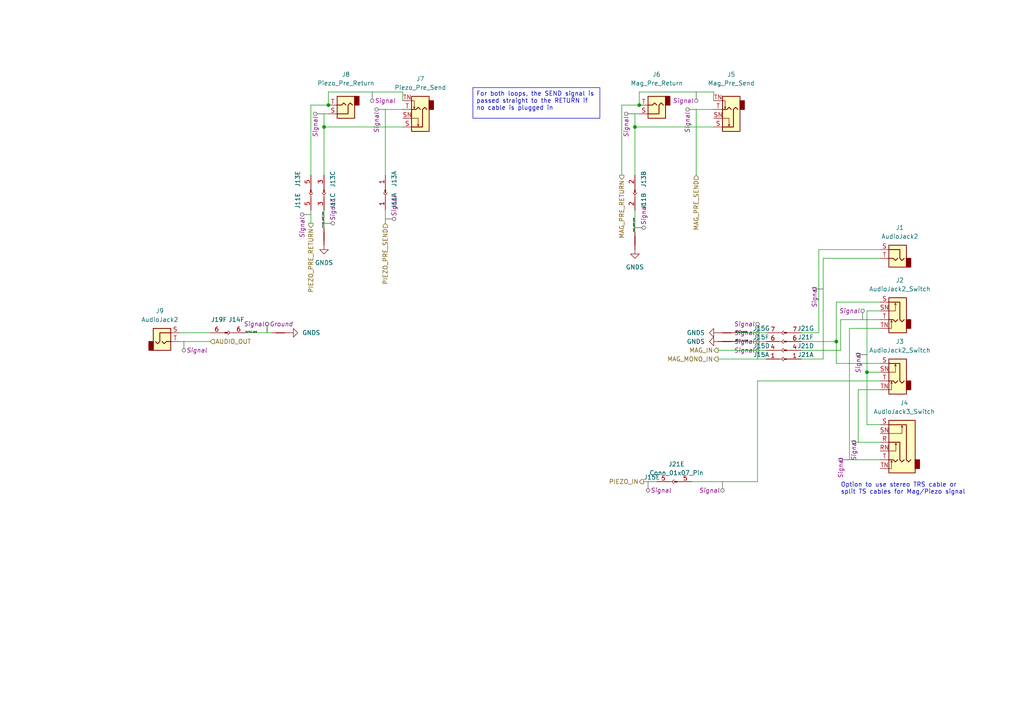
<source format=kicad_sch>
(kicad_sch (version 20230121) (generator eeschema)

  (uuid 459a2cde-55c7-49b0-831b-d784aad98132)

  (paper "A4")

  (lib_symbols
    (symbol "Connector_Audio:AudioJack2" (in_bom yes) (on_board yes)
      (property "Reference" "J" (at 0 8.89 0)
        (effects (font (size 1.27 1.27)))
      )
      (property "Value" "AudioJack2" (at 0 6.35 0)
        (effects (font (size 1.27 1.27)))
      )
      (property "Footprint" "" (at 0 0 0)
        (effects (font (size 1.27 1.27)) hide)
      )
      (property "Datasheet" "~" (at 0 0 0)
        (effects (font (size 1.27 1.27)) hide)
      )
      (property "ki_keywords" "audio jack receptacle mono phone headphone TS connector" (at 0 0 0)
        (effects (font (size 1.27 1.27)) hide)
      )
      (property "ki_description" "Audio Jack, 2 Poles (Mono / TS)" (at 0 0 0)
        (effects (font (size 1.27 1.27)) hide)
      )
      (property "ki_fp_filters" "Jack*" (at 0 0 0)
        (effects (font (size 1.27 1.27)) hide)
      )
      (symbol "AudioJack2_0_1"
        (rectangle (start -3.81 0) (end -2.54 -2.54)
          (stroke (width 0.254) (type default))
          (fill (type outline))
        )
        (rectangle (start -2.54 3.81) (end 2.54 -2.54)
          (stroke (width 0.254) (type default))
          (fill (type background))
        )
        (polyline
          (pts
            (xy 0 0)
            (xy 0.635 -0.635)
            (xy 1.27 0)
            (xy 2.54 0)
          )
          (stroke (width 0.254) (type default))
          (fill (type none))
        )
        (polyline
          (pts
            (xy 2.54 2.54)
            (xy -0.635 2.54)
            (xy -0.635 0)
            (xy -1.27 -0.635)
            (xy -1.905 0)
          )
          (stroke (width 0.254) (type default))
          (fill (type none))
        )
      )
      (symbol "AudioJack2_1_1"
        (pin passive line (at 5.08 2.54 180) (length 2.54)
          (name "~" (effects (font (size 1.27 1.27))))
          (number "S" (effects (font (size 1.27 1.27))))
        )
        (pin passive line (at 5.08 0 180) (length 2.54)
          (name "~" (effects (font (size 1.27 1.27))))
          (number "T" (effects (font (size 1.27 1.27))))
        )
      )
    )
    (symbol "Connector_Audio:AudioJack2_Switch" (in_bom yes) (on_board yes)
      (property "Reference" "J" (at 0 11.43 0)
        (effects (font (size 1.27 1.27)))
      )
      (property "Value" "AudioJack2_Switch" (at 0 8.89 0)
        (effects (font (size 1.27 1.27)))
      )
      (property "Footprint" "" (at 0 5.08 0)
        (effects (font (size 1.27 1.27)) hide)
      )
      (property "Datasheet" "~" (at 0 5.08 0)
        (effects (font (size 1.27 1.27)) hide)
      )
      (property "ki_keywords" "audio jack receptacle mono headphones phone TS connector" (at 0 0 0)
        (effects (font (size 1.27 1.27)) hide)
      )
      (property "ki_description" "Audio Jack, 2 Poles (Mono / TS), Switched Pole (Normalling)" (at 0 0 0)
        (effects (font (size 1.27 1.27)) hide)
      )
      (property "ki_fp_filters" "Jack*" (at 0 0 0)
        (effects (font (size 1.27 1.27)) hide)
      )
      (symbol "AudioJack2_Switch_0_1"
        (rectangle (start -2.54 0) (end -3.81 -2.54)
          (stroke (width 0.254) (type default))
          (fill (type outline))
        )
        (rectangle (start 2.54 6.35) (end -2.54 -3.81)
          (stroke (width 0.254) (type default))
          (fill (type background))
        )
      )
      (symbol "AudioJack2_Switch_1_1"
        (polyline
          (pts
            (xy 0.635 4.826)
            (xy 0.889 4.318)
          )
          (stroke (width 0) (type default))
          (fill (type none))
        )
        (polyline
          (pts
            (xy 1.778 -0.254)
            (xy 2.032 -0.762)
          )
          (stroke (width 0) (type default))
          (fill (type none))
        )
        (polyline
          (pts
            (xy 0 0)
            (xy 0.635 -0.635)
            (xy 1.27 0)
            (xy 2.54 0)
          )
          (stroke (width 0.254) (type default))
          (fill (type none))
        )
        (polyline
          (pts
            (xy 2.54 -2.54)
            (xy 1.778 -2.54)
            (xy 1.778 -0.254)
            (xy 1.524 -0.762)
          )
          (stroke (width 0) (type default))
          (fill (type none))
        )
        (polyline
          (pts
            (xy 2.54 2.54)
            (xy 0.635 2.54)
            (xy 0.635 4.826)
            (xy 0.381 4.318)
          )
          (stroke (width 0) (type default))
          (fill (type none))
        )
        (polyline
          (pts
            (xy 2.54 5.08)
            (xy -0.635 5.08)
            (xy -0.635 0)
            (xy -1.27 -0.635)
            (xy -1.905 0)
          )
          (stroke (width 0.254) (type default))
          (fill (type none))
        )
        (pin passive line (at 5.08 5.08 180) (length 2.54)
          (name "~" (effects (font (size 1.27 1.27))))
          (number "S" (effects (font (size 1.27 1.27))))
        )
        (pin passive line (at 5.08 2.54 180) (length 2.54)
          (name "~" (effects (font (size 1.27 1.27))))
          (number "SN" (effects (font (size 1.27 1.27))))
        )
        (pin passive line (at 5.08 0 180) (length 2.54)
          (name "~" (effects (font (size 1.27 1.27))))
          (number "T" (effects (font (size 1.27 1.27))))
        )
        (pin passive line (at 5.08 -2.54 180) (length 2.54)
          (name "~" (effects (font (size 1.27 1.27))))
          (number "TN" (effects (font (size 1.27 1.27))))
        )
      )
    )
    (symbol "Connector_Audio:AudioJack3_Switch" (in_bom yes) (on_board yes)
      (property "Reference" "J" (at 0 11.43 0)
        (effects (font (size 1.27 1.27)))
      )
      (property "Value" "AudioJack3_Switch" (at 0 8.89 0)
        (effects (font (size 1.27 1.27)))
      )
      (property "Footprint" "" (at 0 0 0)
        (effects (font (size 1.27 1.27)) hide)
      )
      (property "Datasheet" "~" (at 0 0 0)
        (effects (font (size 1.27 1.27)) hide)
      )
      (property "ki_keywords" "audio jack receptacle stereo headphones connector" (at 0 0 0)
        (effects (font (size 1.27 1.27)) hide)
      )
      (property "ki_description" "Audio Jack, 3 Poles (Stereo / TRS), Switched Poles (Normalling)" (at 0 0 0)
        (effects (font (size 1.27 1.27)) hide)
      )
      (property "ki_fp_filters" "Jack*" (at 0 0 0)
        (effects (font (size 1.27 1.27)) hide)
      )
      (symbol "AudioJack3_Switch_0_1"
        (rectangle (start -5.08 -5.08) (end -6.35 -7.62)
          (stroke (width 0.254) (type default))
          (fill (type outline))
        )
        (polyline
          (pts
            (xy -1.27 4.826)
            (xy -1.016 4.318)
          )
          (stroke (width 0) (type default))
          (fill (type none))
        )
        (polyline
          (pts
            (xy 0.508 -0.254)
            (xy 0.762 -0.762)
          )
          (stroke (width 0) (type default))
          (fill (type none))
        )
        (polyline
          (pts
            (xy 1.778 -5.334)
            (xy 2.032 -5.842)
          )
          (stroke (width 0) (type default))
          (fill (type none))
        )
        (polyline
          (pts
            (xy 0 -5.08)
            (xy 0.635 -5.715)
            (xy 1.27 -5.08)
            (xy 2.54 -5.08)
          )
          (stroke (width 0.254) (type default))
          (fill (type none))
        )
        (polyline
          (pts
            (xy 2.54 -7.62)
            (xy 1.778 -7.62)
            (xy 1.778 -5.334)
            (xy 1.524 -5.842)
          )
          (stroke (width 0) (type default))
          (fill (type none))
        )
        (polyline
          (pts
            (xy 2.54 -2.54)
            (xy 0.508 -2.54)
            (xy 0.508 -0.254)
            (xy 0.254 -0.762)
          )
          (stroke (width 0) (type default))
          (fill (type none))
        )
        (polyline
          (pts
            (xy 2.54 2.54)
            (xy -1.27 2.54)
            (xy -1.27 4.826)
            (xy -1.524 4.318)
          )
          (stroke (width 0) (type default))
          (fill (type none))
        )
        (polyline
          (pts
            (xy -1.905 -5.08)
            (xy -1.27 -5.715)
            (xy -0.635 -5.08)
            (xy -0.635 0)
            (xy 2.54 0)
          )
          (stroke (width 0.254) (type default))
          (fill (type none))
        )
        (polyline
          (pts
            (xy 2.54 5.08)
            (xy -2.54 5.08)
            (xy -2.54 -5.08)
            (xy -3.175 -5.715)
            (xy -3.81 -5.08)
          )
          (stroke (width 0.254) (type default))
          (fill (type none))
        )
        (rectangle (start 2.54 6.35) (end -5.08 -8.89)
          (stroke (width 0.254) (type default))
          (fill (type background))
        )
      )
      (symbol "AudioJack3_Switch_1_1"
        (pin passive line (at 5.08 0 180) (length 2.54)
          (name "~" (effects (font (size 1.27 1.27))))
          (number "R" (effects (font (size 1.27 1.27))))
        )
        (pin passive line (at 5.08 -2.54 180) (length 2.54)
          (name "~" (effects (font (size 1.27 1.27))))
          (number "RN" (effects (font (size 1.27 1.27))))
        )
        (pin passive line (at 5.08 5.08 180) (length 2.54)
          (name "~" (effects (font (size 1.27 1.27))))
          (number "S" (effects (font (size 1.27 1.27))))
        )
        (pin passive line (at 5.08 2.54 180) (length 2.54)
          (name "~" (effects (font (size 1.27 1.27))))
          (number "SN" (effects (font (size 1.27 1.27))))
        )
        (pin passive line (at 5.08 -5.08 180) (length 2.54)
          (name "~" (effects (font (size 1.27 1.27))))
          (number "T" (effects (font (size 1.27 1.27))))
        )
        (pin passive line (at 5.08 -7.62 180) (length 2.54)
          (name "~" (effects (font (size 1.27 1.27))))
          (number "TN" (effects (font (size 1.27 1.27))))
        )
      )
    )
    (symbol "CustomConnectors:Conn_01x06_Pin_SPLIT" (pin_names (offset 1.016) hide) (in_bom yes) (on_board yes)
      (property "Reference" "J" (at 0 2.54 0)
        (effects (font (size 1.27 1.27)))
      )
      (property "Value" "Conn_01x06_Pin" (at 0 -2.54 0)
        (effects (font (size 1.27 1.27)))
      )
      (property "Footprint" "" (at 0 0 0)
        (effects (font (size 1.27 1.27)) hide)
      )
      (property "Datasheet" "~" (at 0 0 0)
        (effects (font (size 1.27 1.27)) hide)
      )
      (property "ki_keywords" "connector" (at 0 0 0)
        (effects (font (size 1.27 1.27)) hide)
      )
      (property "ki_description" "Generic connector, single row, 01x06, script generated" (at 0 0 0)
        (effects (font (size 1.27 1.27)) hide)
      )
      (property "ki_fp_filters" "Connector*:*_1x??_*" (at 0 0 0)
        (effects (font (size 1.27 1.27)) hide)
      )
      (symbol "Conn_01x06_Pin_SPLIT_1_1"
        (polyline
          (pts
            (xy 1.27 0)
            (xy 0.8636 0)
          )
          (stroke (width 0.1524) (type default))
          (fill (type none))
        )
        (rectangle (start 0.8636 0.127) (end 0 -0.127)
          (stroke (width 0.1524) (type default))
          (fill (type outline))
        )
        (pin passive line (at 5.08 0 180) (length 3.81)
          (name "~" (effects (font (size 1.27 1.27))))
          (number "1" (effects (font (size 1.27 1.27))))
        )
      )
      (symbol "Conn_01x06_Pin_SPLIT_2_1"
        (polyline
          (pts
            (xy 1.27 0)
            (xy 0.8636 0)
          )
          (stroke (width 0.1524) (type default))
          (fill (type none))
        )
        (rectangle (start 0.8636 0.127) (end 0 -0.127)
          (stroke (width 0.1524) (type default))
          (fill (type outline))
        )
        (pin passive line (at 5.08 0 180) (length 3.81)
          (name "~" (effects (font (size 1.27 1.27))))
          (number "2" (effects (font (size 1.27 1.27))))
        )
      )
      (symbol "Conn_01x06_Pin_SPLIT_3_1"
        (polyline
          (pts
            (xy 1.27 0)
            (xy 0.8636 0)
          )
          (stroke (width 0.1524) (type default))
          (fill (type none))
        )
        (rectangle (start 0.8636 0.127) (end 0 -0.127)
          (stroke (width 0.1524) (type default))
          (fill (type outline))
        )
        (pin passive line (at 5.08 0 180) (length 3.81)
          (name "~" (effects (font (size 1.27 1.27))))
          (number "3" (effects (font (size 1.27 1.27))))
        )
      )
      (symbol "Conn_01x06_Pin_SPLIT_4_1"
        (polyline
          (pts
            (xy 1.27 0)
            (xy 0.8636 0)
          )
          (stroke (width 0.1524) (type default))
          (fill (type none))
        )
        (rectangle (start 0.8636 0.127) (end 0 -0.127)
          (stroke (width 0.1524) (type default))
          (fill (type outline))
        )
        (pin passive line (at 5.08 0 180) (length 3.81)
          (name "~" (effects (font (size 1.27 1.27))))
          (number "4" (effects (font (size 1.27 1.27))))
        )
      )
      (symbol "Conn_01x06_Pin_SPLIT_5_1"
        (polyline
          (pts
            (xy 1.27 0)
            (xy 0.8636 0)
          )
          (stroke (width 0.1524) (type default))
          (fill (type none))
        )
        (rectangle (start 0.8636 0.127) (end 0 -0.127)
          (stroke (width 0.1524) (type default))
          (fill (type outline))
        )
        (pin passive line (at 5.08 0 180) (length 3.81)
          (name "~" (effects (font (size 1.27 1.27))))
          (number "5" (effects (font (size 1.27 1.27))))
        )
      )
      (symbol "Conn_01x06_Pin_SPLIT_6_1"
        (polyline
          (pts
            (xy 1.27 0)
            (xy 0.8636 0)
          )
          (stroke (width 0.1524) (type default))
          (fill (type none))
        )
        (rectangle (start 0.8636 0.127) (end 0 -0.127)
          (stroke (width 0.1524) (type default))
          (fill (type outline))
        )
        (pin passive line (at 5.08 0 180) (length 3.81)
          (name "~" (effects (font (size 1.27 1.27))))
          (number "6" (effects (font (size 1.27 1.27))))
        )
      )
    )
    (symbol "CustomConnectors:Conn_01x06_Socket_SPLIT" (pin_names (offset 1.016) hide) (in_bom yes) (on_board yes)
      (property "Reference" "J" (at 0 2.54 0)
        (effects (font (size 1.27 1.27)))
      )
      (property "Value" "Conn_01x06_Socket" (at 0 -2.54 0)
        (effects (font (size 1.27 1.27)))
      )
      (property "Footprint" "" (at 0 0 0)
        (effects (font (size 1.27 1.27)) hide)
      )
      (property "Datasheet" "~" (at 0 0 0)
        (effects (font (size 1.27 1.27)) hide)
      )
      (property "ki_keywords" "connector" (at 0 0 0)
        (effects (font (size 1.27 1.27)) hide)
      )
      (property "ki_description" "Generic connector, single row, 01x06, script generated" (at 0 0 0)
        (effects (font (size 1.27 1.27)) hide)
      )
      (property "ki_fp_filters" "Connector*:*_1x??_*" (at 0 0 0)
        (effects (font (size 1.27 1.27)) hide)
      )
      (symbol "Conn_01x06_Socket_SPLIT_1_1"
        (polyline
          (pts
            (xy -1.27 0)
            (xy -0.508 0)
          )
          (stroke (width 0.1524) (type default))
          (fill (type none))
        )
        (arc (start 0 0.508) (mid -0.5058 0) (end 0 -0.508)
          (stroke (width 0.1524) (type default))
          (fill (type none))
        )
        (pin passive line (at -5.08 0 0) (length 3.81)
          (name "~" (effects (font (size 1.27 1.27))))
          (number "1" (effects (font (size 1.27 1.27))))
        )
      )
      (symbol "Conn_01x06_Socket_SPLIT_2_1"
        (polyline
          (pts
            (xy -1.27 0)
            (xy -0.508 0)
          )
          (stroke (width 0.1524) (type default))
          (fill (type none))
        )
        (arc (start 0 0.508) (mid -0.5058 0) (end 0 -0.508)
          (stroke (width 0.1524) (type default))
          (fill (type none))
        )
        (pin passive line (at -5.08 0 0) (length 3.81)
          (name "~" (effects (font (size 1.27 1.27))))
          (number "2" (effects (font (size 1.27 1.27))))
        )
      )
      (symbol "Conn_01x06_Socket_SPLIT_3_1"
        (polyline
          (pts
            (xy -1.27 0)
            (xy -0.508 0)
          )
          (stroke (width 0.1524) (type default))
          (fill (type none))
        )
        (arc (start 0 0.508) (mid -0.5058 0) (end 0 -0.508)
          (stroke (width 0.1524) (type default))
          (fill (type none))
        )
        (pin passive line (at -5.08 0 0) (length 3.81)
          (name "~" (effects (font (size 1.27 1.27))))
          (number "3" (effects (font (size 1.27 1.27))))
        )
      )
      (symbol "Conn_01x06_Socket_SPLIT_4_1"
        (polyline
          (pts
            (xy -1.27 0)
            (xy -0.508 0)
          )
          (stroke (width 0.1524) (type default))
          (fill (type none))
        )
        (arc (start 0 0.508) (mid -0.5058 0) (end 0 -0.508)
          (stroke (width 0.1524) (type default))
          (fill (type none))
        )
        (pin passive line (at -5.08 0 0) (length 3.81)
          (name "~" (effects (font (size 1.27 1.27))))
          (number "4" (effects (font (size 1.27 1.27))))
        )
      )
      (symbol "Conn_01x06_Socket_SPLIT_5_1"
        (polyline
          (pts
            (xy -1.27 0)
            (xy -0.508 0)
          )
          (stroke (width 0.1524) (type default))
          (fill (type none))
        )
        (arc (start 0 0.508) (mid -0.5058 0) (end 0 -0.508)
          (stroke (width 0.1524) (type default))
          (fill (type none))
        )
        (pin passive line (at -5.08 0 0) (length 3.81)
          (name "~" (effects (font (size 1.27 1.27))))
          (number "5" (effects (font (size 1.27 1.27))))
        )
      )
      (symbol "Conn_01x06_Socket_SPLIT_6_1"
        (polyline
          (pts
            (xy -1.27 0)
            (xy -0.508 0)
          )
          (stroke (width 0.1524) (type default))
          (fill (type none))
        )
        (arc (start 0 0.508) (mid -0.5058 0) (end 0 -0.508)
          (stroke (width 0.1524) (type default))
          (fill (type none))
        )
        (pin passive line (at -5.08 0 0) (length 3.81)
          (name "~" (effects (font (size 1.27 1.27))))
          (number "6" (effects (font (size 1.27 1.27))))
        )
      )
    )
    (symbol "CustomConnectors:Conn_01x07_Pin_SPLIT" (pin_names (offset 1.016) hide) (in_bom yes) (on_board yes)
      (property "Reference" "J" (at 0 2.54 0)
        (effects (font (size 1.27 1.27)))
      )
      (property "Value" "Conn_01x07_Pin" (at 0 -2.54 0)
        (effects (font (size 1.27 1.27)))
      )
      (property "Footprint" "" (at 0 0 0)
        (effects (font (size 1.27 1.27)) hide)
      )
      (property "Datasheet" "~" (at 0 0 0)
        (effects (font (size 1.27 1.27)) hide)
      )
      (property "ki_keywords" "connector" (at 0 0 0)
        (effects (font (size 1.27 1.27)) hide)
      )
      (property "ki_description" "Generic connector, single row, 01x06, script generated" (at 0 0 0)
        (effects (font (size 1.27 1.27)) hide)
      )
      (property "ki_fp_filters" "Connector*:*_1x??_*" (at 0 0 0)
        (effects (font (size 1.27 1.27)) hide)
      )
      (symbol "Conn_01x07_Pin_SPLIT_1_1"
        (polyline
          (pts
            (xy 1.27 0)
            (xy 0.8636 0)
          )
          (stroke (width 0.1524) (type default))
          (fill (type none))
        )
        (rectangle (start 0.8636 0.127) (end 0 -0.127)
          (stroke (width 0.1524) (type default))
          (fill (type outline))
        )
        (pin passive line (at 5.08 0 180) (length 3.81)
          (name "~" (effects (font (size 1.27 1.27))))
          (number "1" (effects (font (size 1.27 1.27))))
        )
      )
      (symbol "Conn_01x07_Pin_SPLIT_2_1"
        (polyline
          (pts
            (xy 1.27 0)
            (xy 0.8636 0)
          )
          (stroke (width 0.1524) (type default))
          (fill (type none))
        )
        (rectangle (start 0.8636 0.127) (end 0 -0.127)
          (stroke (width 0.1524) (type default))
          (fill (type outline))
        )
        (pin passive line (at 5.08 0 180) (length 3.81)
          (name "~" (effects (font (size 1.27 1.27))))
          (number "2" (effects (font (size 1.27 1.27))))
        )
      )
      (symbol "Conn_01x07_Pin_SPLIT_3_1"
        (polyline
          (pts
            (xy 1.27 0)
            (xy 0.8636 0)
          )
          (stroke (width 0.1524) (type default))
          (fill (type none))
        )
        (rectangle (start 0.8636 0.127) (end 0 -0.127)
          (stroke (width 0.1524) (type default))
          (fill (type outline))
        )
        (pin passive line (at 5.08 0 180) (length 3.81)
          (name "~" (effects (font (size 1.27 1.27))))
          (number "3" (effects (font (size 1.27 1.27))))
        )
      )
      (symbol "Conn_01x07_Pin_SPLIT_4_1"
        (polyline
          (pts
            (xy 1.27 0)
            (xy 0.8636 0)
          )
          (stroke (width 0.1524) (type default))
          (fill (type none))
        )
        (rectangle (start 0.8636 0.127) (end 0 -0.127)
          (stroke (width 0.1524) (type default))
          (fill (type outline))
        )
        (pin passive line (at 5.08 0 180) (length 3.81)
          (name "~" (effects (font (size 1.27 1.27))))
          (number "4" (effects (font (size 1.27 1.27))))
        )
      )
      (symbol "Conn_01x07_Pin_SPLIT_5_1"
        (polyline
          (pts
            (xy 1.27 0)
            (xy 0.8636 0)
          )
          (stroke (width 0.1524) (type default))
          (fill (type none))
        )
        (rectangle (start 0.8636 0.127) (end 0 -0.127)
          (stroke (width 0.1524) (type default))
          (fill (type outline))
        )
        (pin passive line (at 5.08 0 180) (length 3.81)
          (name "~" (effects (font (size 1.27 1.27))))
          (number "5" (effects (font (size 1.27 1.27))))
        )
      )
      (symbol "Conn_01x07_Pin_SPLIT_6_1"
        (polyline
          (pts
            (xy 1.27 0)
            (xy 0.8636 0)
          )
          (stroke (width 0.1524) (type default))
          (fill (type none))
        )
        (rectangle (start 0.8636 0.127) (end 0 -0.127)
          (stroke (width 0.1524) (type default))
          (fill (type outline))
        )
        (pin passive line (at 5.08 0 180) (length 3.81)
          (name "~" (effects (font (size 1.27 1.27))))
          (number "6" (effects (font (size 1.27 1.27))))
        )
      )
      (symbol "Conn_01x07_Pin_SPLIT_7_1"
        (polyline
          (pts
            (xy 1.27 0)
            (xy 0.8636 0)
          )
          (stroke (width 0.1524) (type default))
          (fill (type none))
        )
        (rectangle (start 0.8636 0.127) (end 0 -0.127)
          (stroke (width 0.1524) (type default))
          (fill (type outline))
        )
        (pin passive line (at 5.08 0 180) (length 3.81)
          (name "~" (effects (font (size 1.27 1.27))))
          (number "7" (effects (font (size 1.27 1.27))))
        )
      )
    )
    (symbol "CustomConnectors:Conn_01x07_Socket_SPLIT" (pin_names (offset 1.016) hide) (in_bom yes) (on_board yes)
      (property "Reference" "J" (at 0 2.54 0)
        (effects (font (size 1.27 1.27)))
      )
      (property "Value" "Conn_01x07_Socket" (at 0 -2.54 0)
        (effects (font (size 1.27 1.27)))
      )
      (property "Footprint" "" (at 0 0 0)
        (effects (font (size 1.27 1.27)) hide)
      )
      (property "Datasheet" "~" (at 0 0 0)
        (effects (font (size 1.27 1.27)) hide)
      )
      (property "ki_keywords" "connector" (at 0 0 0)
        (effects (font (size 1.27 1.27)) hide)
      )
      (property "ki_description" "Generic connector, single row, 01x06, script generated" (at 0 0 0)
        (effects (font (size 1.27 1.27)) hide)
      )
      (property "ki_fp_filters" "Connector*:*_1x??_*" (at 0 0 0)
        (effects (font (size 1.27 1.27)) hide)
      )
      (symbol "Conn_01x07_Socket_SPLIT_1_1"
        (polyline
          (pts
            (xy -1.27 0)
            (xy -0.508 0)
          )
          (stroke (width 0.1524) (type default))
          (fill (type none))
        )
        (arc (start 0 0.508) (mid -0.5058 0) (end 0 -0.508)
          (stroke (width 0.1524) (type default))
          (fill (type none))
        )
        (pin passive line (at -5.08 0 0) (length 3.81)
          (name "~" (effects (font (size 1.27 1.27))))
          (number "1" (effects (font (size 1.27 1.27))))
        )
      )
      (symbol "Conn_01x07_Socket_SPLIT_2_1"
        (polyline
          (pts
            (xy -1.27 0)
            (xy -0.508 0)
          )
          (stroke (width 0.1524) (type default))
          (fill (type none))
        )
        (arc (start 0 0.508) (mid -0.5058 0) (end 0 -0.508)
          (stroke (width 0.1524) (type default))
          (fill (type none))
        )
        (pin passive line (at -5.08 0 0) (length 3.81)
          (name "~" (effects (font (size 1.27 1.27))))
          (number "2" (effects (font (size 1.27 1.27))))
        )
      )
      (symbol "Conn_01x07_Socket_SPLIT_3_1"
        (polyline
          (pts
            (xy -1.27 0)
            (xy -0.508 0)
          )
          (stroke (width 0.1524) (type default))
          (fill (type none))
        )
        (arc (start 0 0.508) (mid -0.5058 0) (end 0 -0.508)
          (stroke (width 0.1524) (type default))
          (fill (type none))
        )
        (pin passive line (at -5.08 0 0) (length 3.81)
          (name "~" (effects (font (size 1.27 1.27))))
          (number "3" (effects (font (size 1.27 1.27))))
        )
      )
      (symbol "Conn_01x07_Socket_SPLIT_4_1"
        (polyline
          (pts
            (xy -1.27 0)
            (xy -0.508 0)
          )
          (stroke (width 0.1524) (type default))
          (fill (type none))
        )
        (arc (start 0 0.508) (mid -0.5058 0) (end 0 -0.508)
          (stroke (width 0.1524) (type default))
          (fill (type none))
        )
        (pin passive line (at -5.08 0 0) (length 3.81)
          (name "~" (effects (font (size 1.27 1.27))))
          (number "4" (effects (font (size 1.27 1.27))))
        )
      )
      (symbol "Conn_01x07_Socket_SPLIT_5_1"
        (polyline
          (pts
            (xy -1.27 0)
            (xy -0.508 0)
          )
          (stroke (width 0.1524) (type default))
          (fill (type none))
        )
        (arc (start 0 0.508) (mid -0.5058 0) (end 0 -0.508)
          (stroke (width 0.1524) (type default))
          (fill (type none))
        )
        (pin passive line (at -5.08 0 0) (length 3.81)
          (name "~" (effects (font (size 1.27 1.27))))
          (number "5" (effects (font (size 1.27 1.27))))
        )
      )
      (symbol "Conn_01x07_Socket_SPLIT_6_1"
        (polyline
          (pts
            (xy -1.27 0)
            (xy -0.508 0)
          )
          (stroke (width 0.1524) (type default))
          (fill (type none))
        )
        (arc (start 0 0.508) (mid -0.5058 0) (end 0 -0.508)
          (stroke (width 0.1524) (type default))
          (fill (type none))
        )
        (pin passive line (at -5.08 0 0) (length 3.81)
          (name "~" (effects (font (size 1.27 1.27))))
          (number "6" (effects (font (size 1.27 1.27))))
        )
      )
      (symbol "Conn_01x07_Socket_SPLIT_7_1"
        (polyline
          (pts
            (xy -1.27 0)
            (xy -0.508 0)
          )
          (stroke (width 0.1524) (type default))
          (fill (type none))
        )
        (arc (start 0 0.508) (mid -0.5058 0) (end 0 -0.508)
          (stroke (width 0.1524) (type default))
          (fill (type none))
        )
        (pin passive line (at -5.08 0 0) (length 3.81)
          (name "~" (effects (font (size 1.27 1.27))))
          (number "7" (effects (font (size 1.27 1.27))))
        )
      )
    )
    (symbol "Device:NetTie_2" (pin_numbers hide) (pin_names (offset 0) hide) (in_bom no) (on_board yes)
      (property "Reference" "NT" (at 0 1.27 0)
        (effects (font (size 1.27 1.27)))
      )
      (property "Value" "NetTie_2" (at 0 -1.27 0)
        (effects (font (size 1.27 1.27)))
      )
      (property "Footprint" "" (at 0 0 0)
        (effects (font (size 1.27 1.27)) hide)
      )
      (property "Datasheet" "~" (at 0 0 0)
        (effects (font (size 1.27 1.27)) hide)
      )
      (property "ki_keywords" "net tie short" (at 0 0 0)
        (effects (font (size 1.27 1.27)) hide)
      )
      (property "ki_description" "Net tie, 2 pins" (at 0 0 0)
        (effects (font (size 1.27 1.27)) hide)
      )
      (property "ki_fp_filters" "Net*Tie*" (at 0 0 0)
        (effects (font (size 1.27 1.27)) hide)
      )
      (symbol "NetTie_2_0_1"
        (polyline
          (pts
            (xy -1.27 0)
            (xy 1.27 0)
          )
          (stroke (width 0.254) (type default))
          (fill (type none))
        )
      )
      (symbol "NetTie_2_1_1"
        (pin passive line (at -2.54 0 0) (length 2.54)
          (name "1" (effects (font (size 1.27 1.27))))
          (number "1" (effects (font (size 1.27 1.27))))
        )
        (pin passive line (at 2.54 0 180) (length 2.54)
          (name "2" (effects (font (size 1.27 1.27))))
          (number "2" (effects (font (size 1.27 1.27))))
        )
      )
    )
    (symbol "power:GNDS" (power) (pin_names (offset 0)) (in_bom yes) (on_board yes)
      (property "Reference" "#PWR" (at 0 -6.35 0)
        (effects (font (size 1.27 1.27)) hide)
      )
      (property "Value" "GNDS" (at 0 -3.81 0)
        (effects (font (size 1.27 1.27)))
      )
      (property "Footprint" "" (at 0 0 0)
        (effects (font (size 1.27 1.27)) hide)
      )
      (property "Datasheet" "" (at 0 0 0)
        (effects (font (size 1.27 1.27)) hide)
      )
      (property "ki_keywords" "global power" (at 0 0 0)
        (effects (font (size 1.27 1.27)) hide)
      )
      (property "ki_description" "Power symbol creates a global label with name \"GNDS\" , signal ground" (at 0 0 0)
        (effects (font (size 1.27 1.27)) hide)
      )
      (symbol "GNDS_0_1"
        (polyline
          (pts
            (xy 0 0)
            (xy 0 -1.27)
            (xy 1.27 -1.27)
            (xy 0 -2.54)
            (xy -1.27 -1.27)
            (xy 0 -1.27)
          )
          (stroke (width 0) (type default))
          (fill (type none))
        )
      )
      (symbol "GNDS_1_1"
        (pin power_in line (at 0 0 270) (length 0) hide
          (name "GNDS" (effects (font (size 1.27 1.27))))
          (number "1" (effects (font (size 1.27 1.27))))
        )
      )
    )
  )

  (junction (at 95.25 30.48) (diameter 0) (color 0 0 0 0)
    (uuid 3aab9a60-fd71-426e-b25f-63cf6ca3ead0)
  )
  (junction (at 184.15 36.83) (diameter 0) (color 0 0 0 0)
    (uuid 55ca5512-84ad-4e34-8ba6-8184dbb8c373)
  )
  (junction (at 93.98 36.83) (diameter 0) (color 0 0 0 0)
    (uuid 8c92e681-90d1-435c-baaa-cc4cbd3c087e)
  )
  (junction (at 242.57 99.06) (diameter 0) (color 0 0 0 0)
    (uuid 8cdd9759-90a9-4d8e-9350-16af16ad8ffb)
  )
  (junction (at 251.46 107.95) (diameter 0) (color 0 0 0 0)
    (uuid 8d8fc84b-e5df-4562-ae96-06b98359b95c)
  )
  (junction (at 185.42 30.48) (diameter 0) (color 0 0 0 0)
    (uuid b0701c78-2a67-4aac-a83e-8e8cf526fa0a)
  )

  (wire (pts (xy 242.57 87.63) (xy 255.27 87.63))
    (stroke (width 0) (type default))
    (uuid 0264879a-5314-4402-b3c1-bc034cff6cc5)
  )
  (wire (pts (xy 185.42 30.48) (xy 180.34 30.48))
    (stroke (width 0) (type default))
    (uuid 0276bd9e-5699-403d-ac5d-30b736e05602)
  )
  (wire (pts (xy 185.42 26.67) (xy 207.01 26.67))
    (stroke (width 0) (type default))
    (uuid 027aa802-66ae-4201-a185-1974ffdab55d)
  )
  (wire (pts (xy 255.27 92.71) (xy 243.84 92.71))
    (stroke (width 0) (type default))
    (uuid 02fa92a9-0754-41d0-8839-e3e3feab7593)
  )
  (wire (pts (xy 243.84 92.71) (xy 243.84 101.6))
    (stroke (width 0) (type default))
    (uuid 04a580e7-2842-42ab-a656-9fa0061db0d3)
  )
  (wire (pts (xy 111.76 31.75) (xy 116.84 31.75))
    (stroke (width 0) (type default))
    (uuid 05c90423-0edb-4c58-bf83-b2cca703bbae)
  )
  (wire (pts (xy 184.15 60.96) (xy 184.15 67.31))
    (stroke (width 0) (type default))
    (uuid 1814f0b8-4f60-4c63-8a96-964b517e39fa)
  )
  (wire (pts (xy 251.46 123.19) (xy 251.46 107.95))
    (stroke (width 0) (type default))
    (uuid 2054d5f9-4a6a-4042-82e8-6389f3c9e1aa)
  )
  (wire (pts (xy 251.46 107.95) (xy 255.27 107.95))
    (stroke (width 0) (type default))
    (uuid 318747a7-7fad-4fe0-a13b-673b138b59e4)
  )
  (wire (pts (xy 111.76 64.77) (xy 111.76 60.96))
    (stroke (width 0) (type default))
    (uuid 3ace5542-a791-4336-9506-3eae8ab4facd)
  )
  (wire (pts (xy 186.69 139.7) (xy 190.5 139.7))
    (stroke (width 0) (type default))
    (uuid 3b0fc11c-c7fd-43ba-ba37-7945f5edf38f)
  )
  (wire (pts (xy 207.01 26.67) (xy 207.01 29.21))
    (stroke (width 0) (type default))
    (uuid 43646ff2-5072-44c5-b433-a034d2cde919)
  )
  (wire (pts (xy 255.27 123.19) (xy 251.46 123.19))
    (stroke (width 0) (type default))
    (uuid 449ed369-869d-4f49-9a32-e769591ff5c6)
  )
  (wire (pts (xy 246.38 95.25) (xy 246.38 133.35))
    (stroke (width 0) (type default))
    (uuid 49ac1fab-e43d-4233-a02f-b97da8ee44b3)
  )
  (wire (pts (xy 185.42 26.67) (xy 185.42 30.48))
    (stroke (width 0) (type default))
    (uuid 4d351e35-0894-4e79-baf5-5acfecfa0404)
  )
  (wire (pts (xy 208.28 101.6) (xy 222.25 101.6))
    (stroke (width 0) (type default))
    (uuid 4e7c84c4-8b26-4278-8ff0-d04730de3d7c)
  )
  (wire (pts (xy 116.84 26.67) (xy 116.84 29.21))
    (stroke (width 0) (type default))
    (uuid 5a4d6c75-d5b0-433f-81ba-de7f7138f9dd)
  )
  (wire (pts (xy 242.57 87.63) (xy 242.57 99.06))
    (stroke (width 0) (type default))
    (uuid 5b2cc368-b34c-448f-9e3d-11e228b6c222)
  )
  (wire (pts (xy 238.76 104.14) (xy 232.41 104.14))
    (stroke (width 0) (type default))
    (uuid 5e1dedab-e3ab-4c97-a313-bdf1bcaad197)
  )
  (wire (pts (xy 219.71 139.7) (xy 219.71 110.49))
    (stroke (width 0) (type default))
    (uuid 644af195-fffd-4629-a500-0f15c58c5a12)
  )
  (wire (pts (xy 90.17 64.77) (xy 90.17 60.96))
    (stroke (width 0) (type default))
    (uuid 6a7d6fee-14b5-4197-b074-53fb8597f8f3)
  )
  (wire (pts (xy 184.15 33.02) (xy 185.42 33.02))
    (stroke (width 0) (type default))
    (uuid 6e6678a5-4af6-4d0d-a42c-646620693611)
  )
  (wire (pts (xy 237.49 72.39) (xy 255.27 72.39))
    (stroke (width 0) (type default))
    (uuid 6ecd9bfd-4c37-4e82-af5d-b4c56c776775)
  )
  (wire (pts (xy 95.25 26.67) (xy 116.84 26.67))
    (stroke (width 0) (type default))
    (uuid 73016104-5ca9-4133-877c-43a52c0426cf)
  )
  (wire (pts (xy 93.98 36.83) (xy 93.98 50.8))
    (stroke (width 0) (type default))
    (uuid 7336a4b1-938d-4a59-b020-6745137cfd89)
  )
  (wire (pts (xy 255.27 128.27) (xy 248.92 128.27))
    (stroke (width 0) (type default))
    (uuid 768a04e0-17cf-4c88-af74-823600752951)
  )
  (wire (pts (xy 90.17 30.48) (xy 90.17 50.8))
    (stroke (width 0) (type default))
    (uuid 7f988914-951e-4f84-92eb-c968cc41ac67)
  )
  (wire (pts (xy 52.07 96.52) (xy 60.96 96.52))
    (stroke (width 0) (type default))
    (uuid 80f58f89-9ca7-45bb-b0b3-31198f6d477a)
  )
  (wire (pts (xy 180.34 30.48) (xy 180.34 50.8))
    (stroke (width 0) (type default))
    (uuid 83d324c9-fb25-4e81-b774-81f60e8ea316)
  )
  (wire (pts (xy 213.36 96.52) (xy 222.25 96.52))
    (stroke (width 0) (type default))
    (uuid 8c345cf5-0265-40a0-83fe-0af8efb8dc2e)
  )
  (wire (pts (xy 93.98 33.02) (xy 93.98 36.83))
    (stroke (width 0) (type default))
    (uuid 8ddb670e-9072-4c7e-a300-a6783914f7b0)
  )
  (wire (pts (xy 201.93 31.75) (xy 201.93 50.8))
    (stroke (width 0) (type default))
    (uuid 8e587864-7bbf-48c6-be02-5b3168981350)
  )
  (wire (pts (xy 237.49 96.52) (xy 237.49 72.39))
    (stroke (width 0) (type default))
    (uuid 928eeb3c-7bb0-4b84-b09d-2598b282e601)
  )
  (wire (pts (xy 60.96 99.06) (xy 52.07 99.06))
    (stroke (width 0) (type default))
    (uuid 94de4d72-bb33-4d99-a0f4-2b1ccf6de85d)
  )
  (wire (pts (xy 95.25 26.67) (xy 95.25 30.48))
    (stroke (width 0) (type default))
    (uuid 94e4c36f-569a-4fcd-915f-e620cc2aedfc)
  )
  (wire (pts (xy 71.12 96.52) (xy 78.74 96.52))
    (stroke (width 0) (type default))
    (uuid 9775700b-4a20-4160-b441-bc6fdc139cc0)
  )
  (wire (pts (xy 232.41 101.6) (xy 243.84 101.6))
    (stroke (width 0) (type default))
    (uuid a7243008-0db2-4acd-83fd-b77b5f868e12)
  )
  (wire (pts (xy 238.76 74.93) (xy 238.76 104.14))
    (stroke (width 0) (type default))
    (uuid aca9dc79-5a0d-423e-9b15-c88de8c0f053)
  )
  (wire (pts (xy 219.71 110.49) (xy 255.27 110.49))
    (stroke (width 0) (type default))
    (uuid ad31d460-a6d5-46ff-b594-a97bc0f5534f)
  )
  (wire (pts (xy 255.27 105.41) (xy 242.57 105.41))
    (stroke (width 0) (type default))
    (uuid b05ef9e2-6eea-4a94-b4ed-35c37069f27a)
  )
  (wire (pts (xy 95.25 30.48) (xy 90.17 30.48))
    (stroke (width 0) (type default))
    (uuid b1d3aede-91ec-4a1e-a909-71e05d6a0d27)
  )
  (wire (pts (xy 248.92 113.03) (xy 255.27 113.03))
    (stroke (width 0) (type default))
    (uuid b3ea73a7-fb60-49b8-bd58-f2e24917216d)
  )
  (wire (pts (xy 93.98 36.83) (xy 116.84 36.83))
    (stroke (width 0) (type default))
    (uuid b80add30-b8ed-444a-9fc9-4fa44e21d0e0)
  )
  (wire (pts (xy 213.36 99.06) (xy 222.25 99.06))
    (stroke (width 0) (type default))
    (uuid c0ed91d9-14b4-4b4c-a087-daa16d22438f)
  )
  (wire (pts (xy 184.15 33.02) (xy 184.15 36.83))
    (stroke (width 0) (type default))
    (uuid c61b3531-9d1e-4983-b780-eceacff586b2)
  )
  (wire (pts (xy 207.01 31.75) (xy 201.93 31.75))
    (stroke (width 0) (type default))
    (uuid c771e4fb-9d5b-4593-b1a3-bb1d5106af2c)
  )
  (wire (pts (xy 251.46 107.95) (xy 251.46 90.17))
    (stroke (width 0) (type default))
    (uuid c775a877-116d-451f-a1fd-56686708069a)
  )
  (wire (pts (xy 255.27 74.93) (xy 238.76 74.93))
    (stroke (width 0) (type default))
    (uuid cd5391ab-06d8-4ee0-9e5d-23ade4e4dd82)
  )
  (wire (pts (xy 111.76 31.75) (xy 111.76 50.8))
    (stroke (width 0) (type default))
    (uuid d0e42070-b814-44b8-97cb-139193713ce0)
  )
  (wire (pts (xy 93.98 33.02) (xy 95.25 33.02))
    (stroke (width 0) (type default))
    (uuid d1c20e8d-daa7-4345-af9f-e6b7b38b651a)
  )
  (wire (pts (xy 184.15 36.83) (xy 207.01 36.83))
    (stroke (width 0) (type default))
    (uuid d3c44f48-8d2a-43cc-b1ee-6f8ba95ee094)
  )
  (wire (pts (xy 242.57 99.06) (xy 242.57 105.41))
    (stroke (width 0) (type default))
    (uuid d85f8a1a-a12b-40d9-a284-79b126274dab)
  )
  (wire (pts (xy 255.27 95.25) (xy 246.38 95.25))
    (stroke (width 0) (type default))
    (uuid db47b177-3e65-4dcd-9df9-7ff2d351e788)
  )
  (wire (pts (xy 184.15 36.83) (xy 184.15 50.8))
    (stroke (width 0) (type default))
    (uuid dd14e8b5-d24a-4b79-9dca-1d9b5cba4c33)
  )
  (wire (pts (xy 246.38 133.35) (xy 255.27 133.35))
    (stroke (width 0) (type default))
    (uuid dd40430c-cd6e-4c3a-abf4-f373999bfb7f)
  )
  (wire (pts (xy 219.71 139.7) (xy 200.66 139.7))
    (stroke (width 0) (type default))
    (uuid df1e438e-7dde-4416-b1b6-555199595960)
  )
  (wire (pts (xy 93.98 60.96) (xy 93.98 66.04))
    (stroke (width 0) (type default))
    (uuid e4879ec9-b314-403b-8637-42e6b5996aea)
  )
  (wire (pts (xy 248.92 128.27) (xy 248.92 113.03))
    (stroke (width 0) (type default))
    (uuid e75a0b14-e86f-43d9-8109-3cc5d9725bb3)
  )
  (wire (pts (xy 208.28 104.14) (xy 222.25 104.14))
    (stroke (width 0) (type default))
    (uuid ea6998d6-0523-441d-91a4-1af9120b0d2a)
  )
  (wire (pts (xy 251.46 90.17) (xy 255.27 90.17))
    (stroke (width 0) (type default))
    (uuid f3c66783-01ea-4b7b-8d1b-7d484c3f2c18)
  )
  (wire (pts (xy 232.41 96.52) (xy 237.49 96.52))
    (stroke (width 0) (type default))
    (uuid f541c9d3-717a-4526-aad1-879eb3e581e9)
  )
  (wire (pts (xy 232.41 99.06) (xy 242.57 99.06))
    (stroke (width 0) (type default))
    (uuid f990f3aa-e374-4fdf-aa9c-63cc082c5991)
  )

  (text_box "For both loops, the SEND signal is passed straight to the RETURN if no cable is plugged in"
    (at 137.16 25.4 0) (size 36.83 8.89)
    (stroke (width 0) (type default))
    (fill (type none))
    (effects (font (size 1.27 1.27)) (justify left top))
    (uuid 66e661a6-7741-4c96-bd0d-4ff2737d9eba)
  )

  (text "Option to use stereo TRS cable or \nsplit TS cables for Mag/Piezo signal"
    (at 243.84 143.51 0)
    (effects (font (size 1.27 1.27)) (justify left bottom))
    (uuid 92a785d0-a037-4682-8709-6554985156f0)
  )

  (label "OUTPUT_GND" (at 71.12 96.52 0) (fields_autoplaced)
    (effects (font (size 0.3556 0.3556)) (justify left bottom))
    (uuid 11d9a9db-9e3a-4bff-a6c1-8715cb47fc99)
  )
  (label "SPLIT_IN_GND" (at 213.36 99.06 0) (fields_autoplaced)
    (effects (font (size 0.3556 0.3556)) (justify left bottom))
    (uuid 2953f982-349b-4f9a-8b45-db6ede647d41)
  )
  (label "PIEZO_LOOP_GND" (at 93.98 66.04 90) (fields_autoplaced)
    (effects (font (size 0.3556 0.3556)) (justify left bottom))
    (uuid 578a47ab-33d3-4a6b-8b21-05b6f476cdd4)
  )
  (label "MAG_LOOP_GND" (at 184.15 67.31 90) (fields_autoplaced)
    (effects (font (size 0.3556 0.3556)) (justify left bottom))
    (uuid 678b78b6-fa45-41b0-bd89-3c5881bac79a)
  )
  (label "MAG_IN_GND" (at 213.36 96.52 0) (fields_autoplaced)
    (effects (font (size 0.3556 0.3556)) (justify left bottom))
    (uuid e061dc69-64c5-4f64-9e47-2533737cb800)
  )

  (hierarchical_label "PIEZO_PRE_SEND" (shape input) (at 111.76 64.77 270) (fields_autoplaced)
    (effects (font (size 1.27 1.27)) (justify right))
    (uuid 0d390be6-4737-4af9-ad85-f3b343d3e097)
  )
  (hierarchical_label "MAG_IN" (shape output) (at 208.28 101.6 180) (fields_autoplaced)
    (effects (font (size 1.27 1.27)) (justify right))
    (uuid 120d947d-982e-4a13-a37e-ee98011e1c34)
  )
  (hierarchical_label "MAG_PRE_RETURN" (shape output) (at 180.34 50.8 270) (fields_autoplaced)
    (effects (font (size 1.27 1.27)) (justify right))
    (uuid 5745f407-c6ad-4a5b-a51c-2dff6fe78af1)
  )
  (hierarchical_label "MAG_MONO_IN" (shape output) (at 208.28 104.14 180) (fields_autoplaced)
    (effects (font (size 1.27 1.27)) (justify right))
    (uuid 827e3e80-0008-4d55-aba2-dfbdcb222f4f)
  )
  (hierarchical_label "AUDIO_OUT" (shape input) (at 60.96 99.06 0) (fields_autoplaced)
    (effects (font (size 1.27 1.27)) (justify left))
    (uuid 8dac116b-7df5-4064-90cd-bb8437c58fe3)
  )
  (hierarchical_label "PIEZO_IN" (shape output) (at 186.69 139.7 180) (fields_autoplaced)
    (effects (font (size 1.27 1.27)) (justify right))
    (uuid b467a37d-cf7b-40e8-9957-dc511c257db4)
  )
  (hierarchical_label "MAG_PRE_SEND" (shape input) (at 201.93 50.8 270) (fields_autoplaced)
    (effects (font (size 1.27 1.27)) (justify right))
    (uuid b48c9f11-1184-4186-941d-4ee13219c2cb)
  )
  (hierarchical_label "PIEZO_PRE_RETURN" (shape output) (at 90.17 64.77 270) (fields_autoplaced)
    (effects (font (size 1.27 1.27)) (justify right))
    (uuid eb8f024d-22c1-4c5c-94a2-e165e6dfe230)
  )

  (netclass_flag "" (length 2.54) (shape round) (at 111.76 63.5 270) (fields_autoplaced)
    (effects (font (size 1.27 1.27)) (justify right bottom))
    (uuid 1a2ad68e-57d6-4e15-95b0-491edcc4dc8f)
    (property "Netclass" "Signal" (at 114.3 62.8015 90)
      (effects (font (size 1.27 1.27) italic) (justify left))
    )
  )
  (netclass_flag "" (length 2.54) (shape round) (at 93.98 33.02 90) (fields_autoplaced)
    (effects (font (size 1.27 1.27)) (justify left bottom))
    (uuid 1abd73d1-e5a7-4a0d-959d-575b8938293d)
    (property "Netclass" "Signal" (at 91.44 33.7185 90)
      (effects (font (size 1.27 1.27) italic) (justify right))
    )
  )
  (netclass_flag "" (length 2.54) (shape round) (at 238.76 83.82 90) (fields_autoplaced)
    (effects (font (size 1.27 1.27)) (justify left bottom))
    (uuid 1ee4e321-9422-46f5-b7a4-5dc8e649c797)
    (property "Netclass" "Signal" (at 236.22 83.1215 90)
      (effects (font (size 1.27 1.27) italic) (justify right))
    )
  )
  (netclass_flag "" (length 2.54) (shape round) (at 201.93 26.67 180) (fields_autoplaced)
    (effects (font (size 1.27 1.27)) (justify right bottom))
    (uuid 248a014a-088b-4db0-bf97-00ba0865d273)
    (property "Netclass" "Signal" (at 201.2315 29.21 0)
      (effects (font (size 1.27 1.27) italic) (justify right))
    )
  )
  (netclass_flag "" (length 2.54) (shape round) (at 250.19 128.27 90) (fields_autoplaced)
    (effects (font (size 1.27 1.27)) (justify left bottom))
    (uuid 3e8b038b-8ba1-4f58-bb64-dca1734c32af)
    (property "Netclass" "Signal" (at 247.65 127.5715 90)
      (effects (font (size 1.27 1.27) italic) (justify right))
    )
  )
  (netclass_flag "" (length 2.54) (shape round) (at 251.46 102.87 90) (fields_autoplaced)
    (effects (font (size 1.27 1.27)) (justify left bottom))
    (uuid 49320dd7-7ce8-4212-adc8-2b3c299f558a)
    (property "Netclass" "Signal" (at 248.92 102.1715 90)
      (effects (font (size 1.27 1.27) italic) (justify right))
    )
  )
  (netclass_flag "" (length 2.54) (shape round) (at 93.98 64.77 270) (fields_autoplaced)
    (effects (font (size 1.27 1.27)) (justify right bottom))
    (uuid 4c31b65e-ba68-4028-832e-28067d96e84c)
    (property "Netclass" "Signal" (at 96.52 64.0715 90)
      (effects (font (size 1.27 1.27) italic) (justify left))
    )
  )
  (netclass_flag "" (length 2.54) (shape round) (at 209.55 139.7 180) (fields_autoplaced)
    (effects (font (size 1.27 1.27)) (justify right bottom))
    (uuid 68e11ec5-be50-4164-8380-a5219b4c4a2f)
    (property "Netclass" "Signal" (at 208.8515 142.24 0)
      (effects (font (size 1.27 1.27) italic) (justify right))
    )
  )
  (netclass_flag "" (length 2.54) (shape round) (at 53.34 99.06 180) (fields_autoplaced)
    (effects (font (size 1.27 1.27)) (justify right bottom))
    (uuid 7004c05d-6df4-4409-b8c2-54bed9a50c74)
    (property "Netclass" "Signal" (at 54.0385 101.6 0)
      (effects (font (size 1.27 1.27) italic) (justify left))
    )
  )
  (netclass_flag "" (length 2.54) (shape round) (at 77.47 96.52 0) (fields_autoplaced)
    (effects (font (size 1.27 1.27)) (justify left bottom))
    (uuid 7f3c8571-58c0-4ba4-823c-21d6ba7ddad4)
    (property "Netclass" "Signal" (at 76.7715 93.98 0)
      (effects (font (size 1.27 1.27) italic) (justify right))
    )
  )
  (netclass_flag "" (length 2.54) (shape round) (at 184.15 66.04 270) (fields_autoplaced)
    (effects (font (size 1.27 1.27)) (justify right bottom))
    (uuid 81938cd5-1e6d-4c60-af34-aae6fcaf34bc)
    (property "Netclass" "Signal" (at 186.69 65.3415 90)
      (effects (font (size 1.27 1.27) italic) (justify left))
    )
  )
  (netclass_flag "" (length 2.54) (shape round) (at 250.19 92.71 0) (fields_autoplaced)
    (effects (font (size 1.27 1.27)) (justify left bottom))
    (uuid 8458fa16-9d12-4ca8-85d8-e16dc45a2b87)
    (property "Netclass" "Signal" (at 249.4915 90.17 0)
      (effects (font (size 1.27 1.27) italic) (justify right))
    )
  )
  (netclass_flag "" (length 2.54) (shape round) (at 219.71 101.6 0) (fields_autoplaced)
    (effects (font (size 1.27 1.27)) (justify left bottom))
    (uuid 85363d0a-4fa8-4c7a-8a81-8b68ce61b850)
    (property "Netclass" "Signal" (at 219.0115 99.06 0)
      (effects (font (size 1.27 1.27) italic) (justify right))
    )
  )
  (netclass_flag "" (length 2.54) (shape round) (at 107.95 26.67 180) (fields_autoplaced)
    (effects (font (size 1.27 1.27)) (justify right bottom))
    (uuid 88f8e420-b9fa-49a0-9608-d65a87d1df11)
    (property "Netclass" "Signal" (at 108.6485 29.21 0)
      (effects (font (size 1.27 1.27) italic) (justify left))
    )
  )
  (netclass_flag "" (length 2.54) (shape round) (at 246.38 133.35 90) (fields_autoplaced)
    (effects (font (size 1.27 1.27)) (justify left bottom))
    (uuid 910c708e-6e30-4274-a01b-f769be070390)
    (property "Netclass" "Signal" (at 243.84 132.6515 90)
      (effects (font (size 1.27 1.27) italic) (justify right))
    )
  )
  (netclass_flag "" (length 2.54) (shape round) (at 187.96 139.7 180) (fields_autoplaced)
    (effects (font (size 1.27 1.27)) (justify right bottom))
    (uuid 9c623388-fb5f-47c4-a299-c7c480807cd9)
    (property "Netclass" "Signal" (at 188.6585 142.24 0)
      (effects (font (size 1.27 1.27) italic) (justify left))
    )
  )
  (netclass_flag "" (length 2.54) (shape round) (at 201.93 31.75 90) (fields_autoplaced)
    (effects (font (size 1.27 1.27)) (justify left bottom))
    (uuid b0f316a9-251b-4ac5-9071-9651463a374f)
    (property "Netclass" "Signal" (at 199.39 32.4485 90)
      (effects (font (size 1.27 1.27) italic) (justify right))
    )
  )
  (netclass_flag "" (length 2.54) (shape round) (at 77.47 96.52 0) (fields_autoplaced)
    (effects (font (size 1.27 1.27)) (justify left bottom))
    (uuid b10d05c5-4a1f-405e-b6e1-87ec251f3e5a)
    (property "Netclass" "Ground" (at 78.1685 93.98 0)
      (effects (font (size 1.27 1.27) italic) (justify left))
    )
  )
  (netclass_flag "" (length 2.54) (shape round) (at 219.71 96.52 0) (fields_autoplaced)
    (effects (font (size 1.27 1.27)) (justify left bottom))
    (uuid b5e9e7ca-652c-47f7-8a00-6111891fb50d)
    (property "Netclass" "Signal" (at 219.0115 93.98 0)
      (effects (font (size 1.27 1.27) italic) (justify right))
    )
  )
  (netclass_flag "" (length 2.54) (shape round) (at 111.76 31.75 90) (fields_autoplaced)
    (effects (font (size 1.27 1.27)) (justify left bottom))
    (uuid c56fdff0-c6ce-4a26-a785-b37ff2828843)
    (property "Netclass" "Signal" (at 109.22 32.4485 90)
      (effects (font (size 1.27 1.27) italic) (justify right))
    )
  )
  (netclass_flag "" (length 2.54) (shape round) (at 184.15 33.02 90) (fields_autoplaced)
    (effects (font (size 1.27 1.27)) (justify left bottom))
    (uuid d17ff974-fc32-43f6-965f-c9271e5ebf90)
    (property "Netclass" "Signal" (at 181.61 33.7185 90)
      (effects (font (size 1.27 1.27) italic) (justify right))
    )
  )
  (netclass_flag "" (length 2.54) (shape round) (at 219.71 104.14 0) (fields_autoplaced)
    (effects (font (size 1.27 1.27)) (justify left bottom))
    (uuid da1cda06-df48-4c52-9f8d-ca86a9b44a00)
    (property "Netclass" "Signal" (at 219.0115 101.6 0)
      (effects (font (size 1.27 1.27) italic) (justify right))
    )
  )
  (netclass_flag "" (length 2.54) (shape round) (at 219.71 99.06 0) (fields_autoplaced)
    (effects (font (size 1.27 1.27)) (justify left bottom))
    (uuid e8f69546-538e-46a0-ae22-6768f94cf4e7)
    (property "Netclass" "Signal" (at 219.0115 96.52 0)
      (effects (font (size 1.27 1.27) italic) (justify right))
    )
  )
  (netclass_flag "" (length 2.54) (shape round) (at 90.17 62.23 90) (fields_autoplaced)
    (effects (font (size 1.27 1.27)) (justify left bottom))
    (uuid f9217186-99f0-4692-af44-89bf2e032233)
    (property "Netclass" "Signal" (at 87.63 62.9285 90)
      (effects (font (size 1.27 1.27) italic) (justify right))
    )
  )

  (symbol (lib_id "Device:NetTie_2") (at 184.15 69.85 270) (unit 1)
    (in_bom no) (on_board yes) (dnp no) (fields_autoplaced)
    (uuid 0c5beb99-5e00-40a4-8c3b-87ccf4add288)
    (property "Reference" "NT2" (at 182.88 71.12 90)
      (effects (font (size 1.27 1.27)) (justify right) hide)
    )
    (property "Value" "NetTie_2" (at 182.88 68.58 90)
      (effects (font (size 1.27 1.27)) (justify right) hide)
    )
    (property "Footprint" "CustomFootprints:NetTie10Mil" (at 184.15 69.85 0)
      (effects (font (size 1.27 1.27)) hide)
    )
    (property "Datasheet" "~" (at 184.15 69.85 0)
      (effects (font (size 1.27 1.27)) hide)
    )
    (pin "1" (uuid 68bcfbb5-9f32-4aa2-ad65-f8ab60845adc))
    (pin "2" (uuid 3c8fbbf5-27c4-42c6-bf3a-0e6b97e67ba1))
    (instances
      (project "summer"
        (path "/52444e48-6798-4602-8621-4972ab8b508a/410050cc-d05c-490b-b4d6-f85ed66315b1"
          (reference "NT2") (unit 1)
        )
        (path "/52444e48-6798-4602-8621-4972ab8b508a/705db596-65d6-4cbe-b1fa-91c3117e275c"
          (reference "NT5") (unit 1)
        )
      )
    )
  )

  (symbol (lib_id "Connector_Audio:AudioJack2") (at 100.33 30.48 180) (unit 1)
    (in_bom yes) (on_board yes) (dnp no)
    (uuid 10798d71-78c6-4869-b1fc-24961d6553bc)
    (property "Reference" "J8" (at 100.33 21.59 0)
      (effects (font (size 1.27 1.27)))
    )
    (property "Value" "Piezo_Pre_Return" (at 100.33 24.13 0)
      (effects (font (size 1.27 1.27)))
    )
    (property "Footprint" "Connector_Custom:ACJx-IHS_6.35mm_Audio_Jack" (at 100.33 30.48 0)
      (effects (font (size 1.27 1.27)) hide)
    )
    (property "Datasheet" "~" (at 100.33 30.48 0)
      (effects (font (size 1.27 1.27)) hide)
    )
    (pin "S" (uuid 5ca01aa0-7e78-48a4-b728-cf369686f592))
    (pin "T" (uuid 2e041957-bb48-47f5-880e-491d7fcae716))
    (instances
      (project "summer"
        (path "/52444e48-6798-4602-8621-4972ab8b508a"
          (reference "J8") (unit 1)
        )
        (path "/52444e48-6798-4602-8621-4972ab8b508a/705db596-65d6-4cbe-b1fa-91c3117e275c"
          (reference "J8") (unit 1)
        )
      )
    )
  )

  (symbol (lib_id "Connector_Audio:AudioJack2_Switch") (at 212.09 31.75 180) (unit 1)
    (in_bom yes) (on_board yes) (dnp no)
    (uuid 138b9c4e-e77d-4308-bc98-74aa2a2ad825)
    (property "Reference" "J5" (at 212.09 21.59 0)
      (effects (font (size 1.27 1.27)))
    )
    (property "Value" "Mag_Pre_Send" (at 212.09 24.13 0)
      (effects (font (size 1.27 1.27)))
    )
    (property "Footprint" "Connector_Custom:ACJx-IHS_6.35mm_Audio_Jack" (at 212.09 36.83 0)
      (effects (font (size 1.27 1.27)) hide)
    )
    (property "Datasheet" "~" (at 212.09 36.83 0)
      (effects (font (size 1.27 1.27)) hide)
    )
    (pin "S" (uuid c4eb19ea-c4a9-4c3c-8f57-102efd94bcfe))
    (pin "SN" (uuid 6bca04f5-15fb-4903-8d55-cffa42651129))
    (pin "T" (uuid 58edb1ec-0eaa-411d-82cf-b3fa6a119e49))
    (pin "TN" (uuid 35217b05-e5b6-416d-badc-b4b7552e45ee))
    (instances
      (project "summer"
        (path "/52444e48-6798-4602-8621-4972ab8b508a"
          (reference "J5") (unit 1)
        )
        (path "/52444e48-6798-4602-8621-4972ab8b508a/705db596-65d6-4cbe-b1fa-91c3117e275c"
          (reference "J5") (unit 1)
        )
      )
    )
  )

  (symbol (lib_id "Device:NetTie_2") (at 210.82 96.52 180) (unit 1)
    (in_bom no) (on_board yes) (dnp no) (fields_autoplaced)
    (uuid 1be12983-0af4-4f7e-b3bd-77c732ac8530)
    (property "Reference" "NT2" (at 209.55 95.25 90)
      (effects (font (size 1.27 1.27)) (justify right) hide)
    )
    (property "Value" "NetTie_2" (at 212.09 95.25 90)
      (effects (font (size 1.27 1.27)) (justify right) hide)
    )
    (property "Footprint" "CustomFootprints:NetTie10Mil" (at 210.82 96.52 0)
      (effects (font (size 1.27 1.27)) hide)
    )
    (property "Datasheet" "~" (at 210.82 96.52 0)
      (effects (font (size 1.27 1.27)) hide)
    )
    (pin "1" (uuid 0415d335-b490-439d-aee9-b4581194224c))
    (pin "2" (uuid f54284c6-dcd4-4464-ac7e-27ecb86d7589))
    (instances
      (project "summer"
        (path "/52444e48-6798-4602-8621-4972ab8b508a/410050cc-d05c-490b-b4d6-f85ed66315b1"
          (reference "NT2") (unit 1)
        )
        (path "/52444e48-6798-4602-8621-4972ab8b508a/705db596-65d6-4cbe-b1fa-91c3117e275c"
          (reference "NT9") (unit 1)
        )
      )
    )
  )

  (symbol (lib_id "CustomConnectors:Conn_01x06_Socket_SPLIT") (at 93.98 55.88 90) (unit 3)
    (in_bom yes) (on_board yes) (dnp no)
    (uuid 1daa8a99-30a7-47e1-b42f-e15142490f65)
    (property "Reference" "J11" (at 96.52 55.88 0)
      (effects (font (size 1.27 1.27)) (justify right))
    )
    (property "Value" "Conn_01x06_Socket" (at 95.25 57.785 90)
      (effects (font (size 1.27 1.27)) (justify right) hide)
    )
    (property "Footprint" "Connector_Molex:Molex_KK-254_AE-6410-06A_1x06_P2.54mm_Vertical" (at 93.98 55.88 0)
      (effects (font (size 1.27 1.27)) hide)
    )
    (property "Datasheet" "~" (at 93.98 55.88 0)
      (effects (font (size 1.27 1.27)) hide)
    )
    (pin "1" (uuid 3f7447eb-ba13-4675-9d77-2af76fa2ef87))
    (pin "2" (uuid bcba4351-5bae-4d37-935e-2fe092166a77))
    (pin "3" (uuid 627972e4-8cc7-4096-9185-50de58654f06))
    (pin "4" (uuid 822faeb6-ac2f-4649-9248-63fe1057c363))
    (pin "5" (uuid b938cd95-5bd0-4825-a532-62cd96197922))
    (pin "6" (uuid 4eebec2b-7ad3-4cc4-8742-5232c6343af5))
    (instances
      (project "summer"
        (path "/52444e48-6798-4602-8621-4972ab8b508a/705db596-65d6-4cbe-b1fa-91c3117e275c"
          (reference "J11") (unit 3)
        )
      )
    )
  )

  (symbol (lib_id "power:GNDS") (at 208.28 96.52 270) (mirror x) (unit 1)
    (in_bom yes) (on_board yes) (dnp no) (fields_autoplaced)
    (uuid 202048a6-dd87-4079-89cc-3a43518ca30f)
    (property "Reference" "#PWR01" (at 201.93 96.52 0)
      (effects (font (size 1.27 1.27)) hide)
    )
    (property "Value" "GNDS" (at 204.47 96.52 90)
      (effects (font (size 1.27 1.27)) (justify right))
    )
    (property "Footprint" "" (at 208.28 96.52 0)
      (effects (font (size 1.27 1.27)) hide)
    )
    (property "Datasheet" "" (at 208.28 96.52 0)
      (effects (font (size 1.27 1.27)) hide)
    )
    (pin "1" (uuid 4c94b3e5-20ea-4127-a1b8-2c3932745d51))
    (instances
      (project "summer"
        (path "/52444e48-6798-4602-8621-4972ab8b508a"
          (reference "#PWR01") (unit 1)
        )
        (path "/52444e48-6798-4602-8621-4972ab8b508a/705db596-65d6-4cbe-b1fa-91c3117e275c"
          (reference "#PWR01") (unit 1)
        )
      )
    )
  )

  (symbol (lib_id "Connector_Audio:AudioJack2") (at 260.35 74.93 0) (mirror y) (unit 1)
    (in_bom yes) (on_board yes) (dnp no) (fields_autoplaced)
    (uuid 254e1d73-bd83-44f1-8083-09d40e79db4b)
    (property "Reference" "J1" (at 260.985 66.04 0)
      (effects (font (size 1.27 1.27)))
    )
    (property "Value" "AudioJack2" (at 260.985 68.58 0)
      (effects (font (size 1.27 1.27)))
    )
    (property "Footprint" "Connector_Custom:ACJx-IHS_6.35mm_Audio_Jack" (at 260.35 74.93 0)
      (effects (font (size 1.27 1.27)) hide)
    )
    (property "Datasheet" "~" (at 260.35 74.93 0)
      (effects (font (size 1.27 1.27)) hide)
    )
    (pin "S" (uuid 134285eb-3402-4b71-9258-51436cf16437))
    (pin "T" (uuid d0e2a13f-6fce-40e2-b768-d9128b043ad6))
    (instances
      (project "summer"
        (path "/52444e48-6798-4602-8621-4972ab8b508a"
          (reference "J1") (unit 1)
        )
        (path "/52444e48-6798-4602-8621-4972ab8b508a/705db596-65d6-4cbe-b1fa-91c3117e275c"
          (reference "J4") (unit 1)
        )
      )
    )
  )

  (symbol (lib_id "Connector_Audio:AudioJack2_Switch") (at 121.92 31.75 180) (unit 1)
    (in_bom yes) (on_board yes) (dnp no)
    (uuid 2b261bf9-20c8-453c-8412-e5fb3111865f)
    (property "Reference" "J7" (at 121.92 22.86 0)
      (effects (font (size 1.27 1.27)))
    )
    (property "Value" "Piezo_Pre_Send" (at 121.92 25.4 0)
      (effects (font (size 1.27 1.27)))
    )
    (property "Footprint" "Connector_Custom:ACJx-IHS_6.35mm_Audio_Jack" (at 121.92 36.83 0)
      (effects (font (size 1.27 1.27)) hide)
    )
    (property "Datasheet" "~" (at 121.92 36.83 0)
      (effects (font (size 1.27 1.27)) hide)
    )
    (pin "S" (uuid c500ed3e-b1bb-4fb3-b60f-4ceb2aa6f9cf))
    (pin "SN" (uuid 96b30d6e-5fb2-4e0d-bcf2-8214fc2891d0))
    (pin "T" (uuid 53b3bc33-e072-45e7-b3b5-d1a68710893c))
    (pin "TN" (uuid 0ff8ede9-ff49-416b-98a9-c893229b6476))
    (instances
      (project "summer"
        (path "/52444e48-6798-4602-8621-4972ab8b508a"
          (reference "J7") (unit 1)
        )
        (path "/52444e48-6798-4602-8621-4972ab8b508a/705db596-65d6-4cbe-b1fa-91c3117e275c"
          (reference "J7") (unit 1)
        )
      )
    )
  )

  (symbol (lib_id "CustomConnectors:Conn_01x07_Socket_SPLIT") (at 227.33 104.14 0) (unit 1)
    (in_bom yes) (on_board yes) (dnp no)
    (uuid 362d0919-c894-4d97-afb2-be2a61c57d76)
    (property "Reference" "J15" (at 218.44 102.87 0)
      (effects (font (size 1.27 1.27)) (justify left))
    )
    (property "Value" "Conn_01x07_Socket" (at 228.6 105.41 0)
      (effects (font (size 1.27 1.27)) (justify left) hide)
    )
    (property "Footprint" "Connector_Molex:Molex_KK-254_AE-6410-07A_1x07_P2.54mm_Vertical" (at 227.33 104.14 0)
      (effects (font (size 1.27 1.27)) hide)
    )
    (property "Datasheet" "~" (at 227.33 104.14 0)
      (effects (font (size 1.27 1.27)) hide)
    )
    (pin "1" (uuid 8bff82f7-8e0b-454e-aab2-13214a27b3a7))
    (pin "2" (uuid 0666dd11-745d-4872-aeaa-59d91b981fba))
    (pin "3" (uuid d536b908-1ab0-49ee-9a8e-09b3c454ab77))
    (pin "4" (uuid 247f2b7b-620c-4c71-a042-1d072df8aacd))
    (pin "5" (uuid 19300368-cbb6-46f6-84c7-c5250b80a01a))
    (pin "6" (uuid 644e8006-2f90-4c09-9b27-44689a650486))
    (pin "7" (uuid b53c4705-41d3-4625-94b8-dc91caa2f562))
    (instances
      (project "summer"
        (path "/52444e48-6798-4602-8621-4972ab8b508a/705db596-65d6-4cbe-b1fa-91c3117e275c"
          (reference "J15") (unit 1)
        )
      )
    )
  )

  (symbol (lib_id "CustomConnectors:Conn_01x06_Socket_SPLIT") (at 184.15 55.88 90) (unit 2)
    (in_bom yes) (on_board yes) (dnp no)
    (uuid 38dd02b7-8daa-4bd8-b74e-6617582acaf5)
    (property "Reference" "J11" (at 186.69 55.88 0)
      (effects (font (size 1.27 1.27)) (justify right))
    )
    (property "Value" "Conn_01x06_Socket" (at 185.42 57.785 90)
      (effects (font (size 1.27 1.27)) (justify right) hide)
    )
    (property "Footprint" "Connector_Molex:Molex_KK-254_AE-6410-06A_1x06_P2.54mm_Vertical" (at 184.15 55.88 0)
      (effects (font (size 1.27 1.27)) hide)
    )
    (property "Datasheet" "~" (at 184.15 55.88 0)
      (effects (font (size 1.27 1.27)) hide)
    )
    (pin "1" (uuid cee84a6d-e35b-42a5-b384-36702530424c))
    (pin "2" (uuid 2e741e5e-78a8-4231-84f1-f2667ac0f48e))
    (pin "3" (uuid db2ca31e-5e60-4ebd-9f34-b6e4fc274f3b))
    (pin "4" (uuid 5c20078b-2042-419b-9463-701bfca8214f))
    (pin "5" (uuid cb14b6c7-9b3b-4764-953c-7da0830012dc))
    (pin "6" (uuid 47f36e86-bb16-4598-aba0-5403c71f8708))
    (instances
      (project "summer"
        (path "/52444e48-6798-4602-8621-4972ab8b508a/705db596-65d6-4cbe-b1fa-91c3117e275c"
          (reference "J11") (unit 2)
        )
      )
    )
  )

  (symbol (lib_id "CustomConnectors:Conn_01x07_Pin_SPLIT") (at 227.33 104.14 0) (unit 1)
    (in_bom yes) (on_board no) (dnp no)
    (uuid 3c41f3e4-e4a2-4a4e-95be-335952faa32b)
    (property "Reference" "J21" (at 233.68 102.87 0)
      (effects (font (size 1.27 1.27)))
    )
    (property "Value" "Conn_01x07_Pin" (at 227.965 101.6 0)
      (effects (font (size 1.27 1.27)) hide)
    )
    (property "Footprint" "" (at 227.33 104.14 0)
      (effects (font (size 1.27 1.27)) hide)
    )
    (property "Datasheet" "~" (at 227.33 104.14 0)
      (effects (font (size 1.27 1.27)) hide)
    )
    (pin "1" (uuid 25e81978-4792-449d-93d5-2152946ddf85))
    (pin "2" (uuid fabe4d97-733c-43f9-a940-93ed17ae4490))
    (pin "3" (uuid c60e40d1-e08b-40ce-b471-1915df1d17d2))
    (pin "4" (uuid 2d30fc7f-17a7-4606-8090-3fe858abbbd0))
    (pin "5" (uuid b51b8351-c9f0-4735-b1f8-5eab9bd024d5))
    (pin "6" (uuid 35fc0033-1eb2-4604-b0f1-34a26277299a))
    (pin "7" (uuid 1c42eb49-0c98-40ef-ba38-8e8bc5f0af52))
    (instances
      (project "summer"
        (path "/52444e48-6798-4602-8621-4972ab8b508a/705db596-65d6-4cbe-b1fa-91c3117e275c"
          (reference "J21") (unit 1)
        )
      )
    )
  )

  (symbol (lib_id "CustomConnectors:Conn_01x06_Socket_SPLIT") (at 90.17 55.88 90) (unit 5)
    (in_bom yes) (on_board yes) (dnp no)
    (uuid 4bffa01d-0731-43ce-a2de-cf851d1e6021)
    (property "Reference" "J11" (at 86.36 55.88 0)
      (effects (font (size 1.27 1.27)) (justify right))
    )
    (property "Value" "Conn_01x06_Socket" (at 91.44 57.785 90)
      (effects (font (size 1.27 1.27)) (justify right) hide)
    )
    (property "Footprint" "Connector_Molex:Molex_KK-254_AE-6410-06A_1x06_P2.54mm_Vertical" (at 90.17 55.88 0)
      (effects (font (size 1.27 1.27)) hide)
    )
    (property "Datasheet" "~" (at 90.17 55.88 0)
      (effects (font (size 1.27 1.27)) hide)
    )
    (pin "1" (uuid 528e4d86-6747-4cd7-bcdb-8cc5bbce978a))
    (pin "2" (uuid f6058cc6-8908-497d-9566-40e5ac737ead))
    (pin "3" (uuid 0cdb84e7-633c-40d1-8015-90f454870ddc))
    (pin "4" (uuid 7b637d10-99e8-4b9d-bab6-3157f299a85e))
    (pin "5" (uuid 784b2c60-a2d5-4750-9c9c-a24f672cb3f3))
    (pin "6" (uuid d1221c60-ce28-445b-98f6-60a225db4df8))
    (instances
      (project "summer"
        (path "/52444e48-6798-4602-8621-4972ab8b508a/705db596-65d6-4cbe-b1fa-91c3117e275c"
          (reference "J11") (unit 5)
        )
      )
    )
  )

  (symbol (lib_id "CustomConnectors:Conn_01x06_Pin_SPLIT") (at 111.76 55.88 90) (unit 1)
    (in_bom yes) (on_board no) (dnp no)
    (uuid 550b33f9-3e6e-41bf-8c9d-53b86767cd4e)
    (property "Reference" "J13" (at 114.3 49.53 0)
      (effects (font (size 1.27 1.27)) (justify right))
    )
    (property "Value" "Conn_01x06_Pin" (at 113.03 56.515 90)
      (effects (font (size 1.27 1.27)) (justify right) hide)
    )
    (property "Footprint" "" (at 111.76 55.88 0)
      (effects (font (size 1.27 1.27)) hide)
    )
    (property "Datasheet" "~" (at 111.76 55.88 0)
      (effects (font (size 1.27 1.27)) hide)
    )
    (pin "1" (uuid 316a4dda-a8c2-45b5-ba9d-90adf788c985))
    (pin "2" (uuid 06b1bf2c-e2fc-48d4-a67c-b0a77a838c5a))
    (pin "3" (uuid bc051159-2683-43d5-8aa1-48bfd92d74d1))
    (pin "4" (uuid 387483df-d0d7-4208-8a18-e5ad9ddf6b0b))
    (pin "5" (uuid 86cbafd3-738b-44ca-9492-e906c05181f2))
    (pin "6" (uuid 408322e8-a97f-4cc5-8deb-357e1b75d40f))
    (instances
      (project "summer"
        (path "/52444e48-6798-4602-8621-4972ab8b508a/705db596-65d6-4cbe-b1fa-91c3117e275c"
          (reference "J13") (unit 1)
        )
      )
    )
  )

  (symbol (lib_id "Device:NetTie_2") (at 81.28 96.52 0) (unit 1)
    (in_bom no) (on_board yes) (dnp no) (fields_autoplaced)
    (uuid 5aafce15-5048-4258-9950-cee85303d982)
    (property "Reference" "NT2" (at 82.55 97.79 90)
      (effects (font (size 1.27 1.27)) (justify right) hide)
    )
    (property "Value" "NetTie_2" (at 80.01 97.79 90)
      (effects (font (size 1.27 1.27)) (justify right) hide)
    )
    (property "Footprint" "CustomFootprints:NetTie10Mil" (at 81.28 96.52 0)
      (effects (font (size 1.27 1.27)) hide)
    )
    (property "Datasheet" "~" (at 81.28 96.52 0)
      (effects (font (size 1.27 1.27)) hide)
    )
    (pin "1" (uuid d7a4e777-517a-4d9c-a369-2e32e31ed751))
    (pin "2" (uuid d0731898-189b-4c00-b10b-d5de1618b6b6))
    (instances
      (project "summer"
        (path "/52444e48-6798-4602-8621-4972ab8b508a/410050cc-d05c-490b-b4d6-f85ed66315b1"
          (reference "NT2") (unit 1)
        )
        (path "/52444e48-6798-4602-8621-4972ab8b508a/705db596-65d6-4cbe-b1fa-91c3117e275c"
          (reference "NT7") (unit 1)
        )
      )
    )
  )

  (symbol (lib_id "CustomConnectors:Conn_01x07_Pin_SPLIT") (at 227.33 96.52 0) (unit 7)
    (in_bom yes) (on_board no) (dnp no)
    (uuid 5ee80a45-66c5-4b84-92de-6732c906b5f5)
    (property "Reference" "J21" (at 233.68 95.25 0)
      (effects (font (size 1.27 1.27)))
    )
    (property "Value" "Conn_01x07_Pin" (at 227.965 93.98 0)
      (effects (font (size 1.27 1.27)) hide)
    )
    (property "Footprint" "" (at 227.33 96.52 0)
      (effects (font (size 1.27 1.27)) hide)
    )
    (property "Datasheet" "~" (at 227.33 96.52 0)
      (effects (font (size 1.27 1.27)) hide)
    )
    (pin "1" (uuid 88ab53ad-46c5-49bf-bcf1-c074a96cfc3b))
    (pin "2" (uuid 49935fdb-111c-4c61-b407-df58f5027c5b))
    (pin "3" (uuid 0bba52a8-1029-4307-b58a-16f2d259e4e8))
    (pin "4" (uuid 9118d808-d81d-467c-b0ea-a4c0ca993365))
    (pin "5" (uuid 4a8bc14c-fce9-41a3-a616-24b1918754d7))
    (pin "6" (uuid 9ea82ad3-fd9d-442c-9c1e-9487ee5e7635))
    (pin "7" (uuid bac71239-ab13-4246-a5bf-f90a506b8a19))
    (instances
      (project "summer"
        (path "/52444e48-6798-4602-8621-4972ab8b508a/705db596-65d6-4cbe-b1fa-91c3117e275c"
          (reference "J21") (unit 7)
        )
      )
    )
  )

  (symbol (lib_id "Connector_Audio:AudioJack3_Switch") (at 260.35 128.27 0) (mirror y) (unit 1)
    (in_bom yes) (on_board yes) (dnp no) (fields_autoplaced)
    (uuid 6991d476-11be-46f4-b7bd-4ab8f6e11434)
    (property "Reference" "J4" (at 262.255 116.84 0)
      (effects (font (size 1.27 1.27)))
    )
    (property "Value" "AudioJack3_Switch" (at 262.255 119.38 0)
      (effects (font (size 1.27 1.27)))
    )
    (property "Footprint" "Connector_Custom:ACJx-IHS_6.35mm_Audio_Jack" (at 260.35 128.27 0)
      (effects (font (size 1.27 1.27)) hide)
    )
    (property "Datasheet" "~" (at 260.35 128.27 0)
      (effects (font (size 1.27 1.27)) hide)
    )
    (pin "R" (uuid d67e6194-47b0-4911-9287-e18e5a11c13b))
    (pin "RN" (uuid 0fff837a-6eb5-4634-8f55-c8c11f11c9cc))
    (pin "S" (uuid d57b5bbb-7d13-4472-a8c5-5b89283b2594))
    (pin "SN" (uuid 3db0666f-f569-42d3-afb6-cb93fcd6e32f))
    (pin "T" (uuid c2c40bc7-6c0b-4e8e-aeba-4e89bac31a00))
    (pin "TN" (uuid eb101cd9-c1cc-4059-947a-6b76eb906beb))
    (instances
      (project "summer"
        (path "/52444e48-6798-4602-8621-4972ab8b508a"
          (reference "J4") (unit 1)
        )
        (path "/52444e48-6798-4602-8621-4972ab8b508a/705db596-65d6-4cbe-b1fa-91c3117e275c"
          (reference "J1") (unit 1)
        )
      )
    )
  )

  (symbol (lib_id "Connector_Audio:AudioJack2") (at 46.99 99.06 0) (unit 1)
    (in_bom yes) (on_board yes) (dnp no)
    (uuid 69bec688-87c3-4905-b58d-80a82747017d)
    (property "Reference" "J9" (at 46.355 90.17 0)
      (effects (font (size 1.27 1.27)))
    )
    (property "Value" "AudioJack2" (at 46.355 92.71 0)
      (effects (font (size 1.27 1.27)))
    )
    (property "Footprint" "Connector_Custom:ACJx-IHS_6.35mm_Audio_Jack" (at 46.99 99.06 0)
      (effects (font (size 1.27 1.27)) hide)
    )
    (property "Datasheet" "~" (at 46.99 99.06 0)
      (effects (font (size 1.27 1.27)) hide)
    )
    (pin "S" (uuid 24ad0098-ba94-4b0e-aaad-f47341ac5009))
    (pin "T" (uuid 133aaea5-3e16-4cc3-85b5-2880a57df726))
    (instances
      (project "summer"
        (path "/52444e48-6798-4602-8621-4972ab8b508a"
          (reference "J9") (unit 1)
        )
        (path "/52444e48-6798-4602-8621-4972ab8b508a/705db596-65d6-4cbe-b1fa-91c3117e275c"
          (reference "J9") (unit 1)
        )
      )
    )
  )

  (symbol (lib_id "CustomConnectors:Conn_01x07_Socket_SPLIT") (at 227.33 99.06 0) (unit 6)
    (in_bom yes) (on_board yes) (dnp no)
    (uuid 6a4f237c-3898-4299-97ef-d430b01a8364)
    (property "Reference" "J15" (at 218.44 97.79 0)
      (effects (font (size 1.27 1.27)) (justify left))
    )
    (property "Value" "Conn_01x07_Socket" (at 228.6 100.33 0)
      (effects (font (size 1.27 1.27)) (justify left) hide)
    )
    (property "Footprint" "Connector_Molex:Molex_KK-254_AE-6410-07A_1x07_P2.54mm_Vertical" (at 227.33 99.06 0)
      (effects (font (size 1.27 1.27)) hide)
    )
    (property "Datasheet" "~" (at 227.33 99.06 0)
      (effects (font (size 1.27 1.27)) hide)
    )
    (pin "1" (uuid aca8142d-5835-4fc5-8ccc-ffb2af43ffe8))
    (pin "2" (uuid 73b5d762-956a-46ef-87d0-27d93d98d07e))
    (pin "3" (uuid 1b108514-31f3-45d6-b6a1-9403f3083f76))
    (pin "4" (uuid f405d0ed-e22d-437a-8007-7360036107e7))
    (pin "5" (uuid e8405fb1-725c-41cb-8888-df4a3aeb1ea3))
    (pin "6" (uuid 0529d0a1-b0e4-439b-8d18-cbc8e6883509))
    (pin "7" (uuid c56270f6-4bdd-448e-91d8-7e11616784cc))
    (instances
      (project "summer"
        (path "/52444e48-6798-4602-8621-4972ab8b508a/705db596-65d6-4cbe-b1fa-91c3117e275c"
          (reference "J15") (unit 6)
        )
      )
    )
  )

  (symbol (lib_id "Connector_Audio:AudioJack2") (at 190.5 30.48 180) (unit 1)
    (in_bom yes) (on_board yes) (dnp no)
    (uuid 6c2efce2-e22f-4754-84c4-0847cfb4c334)
    (property "Reference" "J6" (at 189.23 21.59 0)
      (effects (font (size 1.27 1.27)) (justify right))
    )
    (property "Value" "Mag_Pre_Return" (at 182.88 24.13 0)
      (effects (font (size 1.27 1.27)) (justify right))
    )
    (property "Footprint" "Connector_Custom:ACJx-IHS_6.35mm_Audio_Jack" (at 190.5 30.48 0)
      (effects (font (size 1.27 1.27)) hide)
    )
    (property "Datasheet" "~" (at 190.5 30.48 0)
      (effects (font (size 1.27 1.27)) hide)
    )
    (pin "S" (uuid ce0528fa-7fba-47e5-b279-af9d79b6d87a))
    (pin "T" (uuid 42f74cf3-bd96-4591-9856-82ad8df7b614))
    (instances
      (project "summer"
        (path "/52444e48-6798-4602-8621-4972ab8b508a"
          (reference "J6") (unit 1)
        )
        (path "/52444e48-6798-4602-8621-4972ab8b508a/705db596-65d6-4cbe-b1fa-91c3117e275c"
          (reference "J6") (unit 1)
        )
      )
    )
  )

  (symbol (lib_id "CustomConnectors:Conn_01x06_Pin_SPLIT") (at 66.04 96.52 180) (unit 6)
    (in_bom yes) (on_board no) (dnp no)
    (uuid 6d186b37-659a-47d4-a49d-9e354075631e)
    (property "Reference" "J19" (at 63.5 92.71 0)
      (effects (font (size 1.27 1.27)))
    )
    (property "Value" "Conn_01x06_Pin" (at 65.405 93.98 0)
      (effects (font (size 1.27 1.27)) hide)
    )
    (property "Footprint" "" (at 66.04 96.52 0)
      (effects (font (size 1.27 1.27)) hide)
    )
    (property "Datasheet" "~" (at 66.04 96.52 0)
      (effects (font (size 1.27 1.27)) hide)
    )
    (pin "1" (uuid a09ad52e-dd52-46c1-9c7f-8121bd3cc9c5))
    (pin "2" (uuid db5253f2-4f71-4bf4-9198-d0aeed393162))
    (pin "3" (uuid f3a582e1-0655-40d1-a5d4-7e32992eab55))
    (pin "4" (uuid b9e38e3a-076f-4e8c-bfae-b77323b21f55))
    (pin "5" (uuid 75d188a4-eea1-4f27-afbf-95c3a32bb21f))
    (pin "6" (uuid 7ca8f206-5d20-48f6-b318-b4a18f6ea31b))
    (instances
      (project "summer"
        (path "/52444e48-6798-4602-8621-4972ab8b508a/705db596-65d6-4cbe-b1fa-91c3117e275c"
          (reference "J19") (unit 6)
        )
      )
    )
  )

  (symbol (lib_id "CustomConnectors:Conn_01x07_Socket_SPLIT") (at 227.33 101.6 0) (unit 4)
    (in_bom yes) (on_board yes) (dnp no)
    (uuid 73bec417-05dd-41a0-ae2d-f14e422a8786)
    (property "Reference" "J15" (at 218.44 100.33 0)
      (effects (font (size 1.27 1.27)) (justify left))
    )
    (property "Value" "Conn_01x07_Socket" (at 228.6 102.87 0)
      (effects (font (size 1.27 1.27)) (justify left) hide)
    )
    (property "Footprint" "Connector_Molex:Molex_KK-254_AE-6410-07A_1x07_P2.54mm_Vertical" (at 227.33 101.6 0)
      (effects (font (size 1.27 1.27)) hide)
    )
    (property "Datasheet" "~" (at 227.33 101.6 0)
      (effects (font (size 1.27 1.27)) hide)
    )
    (pin "1" (uuid d3f52ca1-c8c0-4d5a-95cf-f38f477a2061))
    (pin "2" (uuid 16c45000-8690-4bfd-a759-29177d5b548b))
    (pin "3" (uuid 34499c44-d9f7-4caf-b916-a2ce9f23bd7a))
    (pin "4" (uuid 6dd626f4-8ae7-4d55-8ce3-103bec16604c))
    (pin "5" (uuid 73689406-85f4-41a9-a57e-9b228eae8485))
    (pin "6" (uuid 93f3239c-8dd5-4739-8b5b-aa96773c741e))
    (pin "7" (uuid 07b34b3d-7c0e-4133-afad-7fad6402c370))
    (instances
      (project "summer"
        (path "/52444e48-6798-4602-8621-4972ab8b508a/705db596-65d6-4cbe-b1fa-91c3117e275c"
          (reference "J15") (unit 4)
        )
      )
    )
  )

  (symbol (lib_id "Device:NetTie_2") (at 93.98 68.58 270) (unit 1)
    (in_bom no) (on_board yes) (dnp no) (fields_autoplaced)
    (uuid 74e28288-2e05-4ea2-8bee-29c9dc58e472)
    (property "Reference" "NT2" (at 92.71 69.85 90)
      (effects (font (size 1.27 1.27)) (justify right) hide)
    )
    (property "Value" "NetTie_2" (at 92.71 67.31 90)
      (effects (font (size 1.27 1.27)) (justify right) hide)
    )
    (property "Footprint" "CustomFootprints:NetTie10Mil" (at 93.98 68.58 0)
      (effects (font (size 1.27 1.27)) hide)
    )
    (property "Datasheet" "~" (at 93.98 68.58 0)
      (effects (font (size 1.27 1.27)) hide)
    )
    (pin "1" (uuid 1af71aea-061d-42c0-aa6c-a1d9ef03c9e0))
    (pin "2" (uuid 9ed3e4bd-0eb0-4ef6-bd64-6f0eb893b59f))
    (instances
      (project "summer"
        (path "/52444e48-6798-4602-8621-4972ab8b508a/410050cc-d05c-490b-b4d6-f85ed66315b1"
          (reference "NT2") (unit 1)
        )
        (path "/52444e48-6798-4602-8621-4972ab8b508a/705db596-65d6-4cbe-b1fa-91c3117e275c"
          (reference "NT6") (unit 1)
        )
      )
    )
  )

  (symbol (lib_id "Connector_Audio:AudioJack2_Switch") (at 260.35 110.49 0) (mirror y) (unit 1)
    (in_bom yes) (on_board yes) (dnp no) (fields_autoplaced)
    (uuid 7851a0b8-8626-4bd9-9af4-c0ce57edee3e)
    (property "Reference" "J3" (at 260.985 99.06 0)
      (effects (font (size 1.27 1.27)))
    )
    (property "Value" "AudioJack2_Switch" (at 260.985 101.6 0)
      (effects (font (size 1.27 1.27)))
    )
    (property "Footprint" "Connector_Custom:ACJx-IHS_6.35mm_Audio_Jack" (at 260.35 105.41 0)
      (effects (font (size 1.27 1.27)) hide)
    )
    (property "Datasheet" "~" (at 260.35 105.41 0)
      (effects (font (size 1.27 1.27)) hide)
    )
    (pin "S" (uuid ab86b34d-9be3-4851-aeb9-86fc3b0b8482))
    (pin "SN" (uuid f7e85d24-cc2c-4245-9c06-0b31753ba14e))
    (pin "T" (uuid 474683c2-0160-4994-8c34-b999a8f100a2))
    (pin "TN" (uuid 5cbb648a-cf7f-427d-8deb-15d784a9de4e))
    (instances
      (project "summer"
        (path "/52444e48-6798-4602-8621-4972ab8b508a"
          (reference "J3") (unit 1)
        )
        (path "/52444e48-6798-4602-8621-4972ab8b508a/705db596-65d6-4cbe-b1fa-91c3117e275c"
          (reference "J2") (unit 1)
        )
      )
    )
  )

  (symbol (lib_id "CustomConnectors:Conn_01x07_Socket_SPLIT") (at 195.58 139.7 0) (unit 5)
    (in_bom yes) (on_board yes) (dnp no)
    (uuid 83d02f89-0bb7-4837-ab0a-d1df77286d90)
    (property "Reference" "J15" (at 186.69 138.43 0)
      (effects (font (size 1.27 1.27)) (justify left))
    )
    (property "Value" "Conn_01x07_Socket" (at 196.85 140.97 0)
      (effects (font (size 1.27 1.27)) (justify left) hide)
    )
    (property "Footprint" "Connector_Molex:Molex_KK-254_AE-6410-07A_1x07_P2.54mm_Vertical" (at 195.58 139.7 0)
      (effects (font (size 1.27 1.27)) hide)
    )
    (property "Datasheet" "~" (at 195.58 139.7 0)
      (effects (font (size 1.27 1.27)) hide)
    )
    (pin "1" (uuid ddc77628-ab60-4972-8c63-4ece95ec29a7))
    (pin "2" (uuid 55c9f002-a3a0-43f7-817c-dba4a7b84354))
    (pin "3" (uuid 2b718399-c8ba-4c18-b425-dedfb1990583))
    (pin "4" (uuid 465cfd24-7f66-447c-9466-1960eebcf1e8))
    (pin "5" (uuid 619a5f73-8f6a-4e8e-aaa9-03c5a661038a))
    (pin "6" (uuid b6241ac8-9c0e-4eef-bb8e-2312e0554e11))
    (pin "7" (uuid dd266b09-4440-4f7b-a66b-0ba6e63982bb))
    (instances
      (project "summer"
        (path "/52444e48-6798-4602-8621-4972ab8b508a/705db596-65d6-4cbe-b1fa-91c3117e275c"
          (reference "J15") (unit 5)
        )
      )
    )
  )

  (symbol (lib_id "CustomConnectors:Conn_01x06_Socket_SPLIT") (at 111.76 55.88 90) (unit 1)
    (in_bom yes) (on_board yes) (dnp no)
    (uuid 8d21012c-6863-4d4e-b289-207377eb6d59)
    (property "Reference" "J11" (at 114.3 55.88 0)
      (effects (font (size 1.27 1.27)) (justify right))
    )
    (property "Value" "Conn_01x06_Socket" (at 113.03 57.785 90)
      (effects (font (size 1.27 1.27)) (justify right) hide)
    )
    (property "Footprint" "Connector_Molex:Molex_KK-254_AE-6410-06A_1x06_P2.54mm_Vertical" (at 111.76 55.88 0)
      (effects (font (size 1.27 1.27)) hide)
    )
    (property "Datasheet" "~" (at 111.76 55.88 0)
      (effects (font (size 1.27 1.27)) hide)
    )
    (pin "1" (uuid 1ff2abf2-de37-4a12-8f95-698ebf4716e8))
    (pin "2" (uuid fb582989-d234-464d-9f93-f8cc5ff1bb48))
    (pin "3" (uuid 7d4cdb03-3feb-4d99-b5d7-5ef212a27acd))
    (pin "4" (uuid dbcae77a-527e-4abb-89c0-1592915fb220))
    (pin "5" (uuid 37f0a64f-df5e-4ad0-a27a-bb03454d8570))
    (pin "6" (uuid 77957100-3f75-4007-9930-3ed5a35196d5))
    (instances
      (project "summer"
        (path "/52444e48-6798-4602-8621-4972ab8b508a/705db596-65d6-4cbe-b1fa-91c3117e275c"
          (reference "J11") (unit 1)
        )
      )
    )
  )

  (symbol (lib_id "CustomConnectors:Conn_01x07_Pin_SPLIT") (at 227.33 99.06 0) (unit 6)
    (in_bom yes) (on_board no) (dnp no)
    (uuid 9350d304-c6d7-47dd-870a-647327aeb78a)
    (property "Reference" "J21" (at 233.68 97.79 0)
      (effects (font (size 1.27 1.27)))
    )
    (property "Value" "Conn_01x07_Pin" (at 227.965 96.52 0)
      (effects (font (size 1.27 1.27)) hide)
    )
    (property "Footprint" "" (at 227.33 99.06 0)
      (effects (font (size 1.27 1.27)) hide)
    )
    (property "Datasheet" "~" (at 227.33 99.06 0)
      (effects (font (size 1.27 1.27)) hide)
    )
    (pin "1" (uuid ea0cd5e9-e10f-4cee-9c91-cd090a6488e7))
    (pin "2" (uuid 378626a0-e8c6-4017-903f-a01e7669ae16))
    (pin "3" (uuid 0f34e71c-02d8-45fc-8abf-3352b6c22cce))
    (pin "4" (uuid 7726e914-9e83-43f2-9556-c13f6fab32ce))
    (pin "5" (uuid dfbb650d-c9db-4432-a107-727b03111865))
    (pin "6" (uuid 87cc225e-fa5e-45da-ad0e-a1c8170ecc47))
    (pin "7" (uuid 56b707ed-4bf7-4b2f-b3ce-c2544b85f775))
    (instances
      (project "summer"
        (path "/52444e48-6798-4602-8621-4972ab8b508a/705db596-65d6-4cbe-b1fa-91c3117e275c"
          (reference "J21") (unit 6)
        )
      )
    )
  )

  (symbol (lib_id "CustomConnectors:Conn_01x07_Pin_SPLIT") (at 227.33 101.6 0) (unit 4)
    (in_bom yes) (on_board no) (dnp no)
    (uuid 93b5f48e-c032-4f80-8f9d-417c58abe212)
    (property "Reference" "J21" (at 233.68 100.33 0)
      (effects (font (size 1.27 1.27)))
    )
    (property "Value" "Conn_01x07_Pin" (at 227.965 99.06 0)
      (effects (font (size 1.27 1.27)) hide)
    )
    (property "Footprint" "" (at 227.33 101.6 0)
      (effects (font (size 1.27 1.27)) hide)
    )
    (property "Datasheet" "~" (at 227.33 101.6 0)
      (effects (font (size 1.27 1.27)) hide)
    )
    (pin "1" (uuid 72f86b4d-39a5-48e3-9d5f-5847f95f47a7))
    (pin "2" (uuid dc164c9e-812a-445c-972f-4df84bfc91d6))
    (pin "3" (uuid aac68637-b799-412b-b268-ec480b9d083d))
    (pin "4" (uuid dae25b47-fcf6-4e13-8641-1a0cc6934cfe))
    (pin "5" (uuid e7345d76-622c-4a49-b62a-164f493a8d8f))
    (pin "6" (uuid 25763c99-5f86-4e99-af00-5065d840ad26))
    (pin "7" (uuid ed6a956b-36ad-450c-8c38-46ea7b8cf289))
    (instances
      (project "summer"
        (path "/52444e48-6798-4602-8621-4972ab8b508a/705db596-65d6-4cbe-b1fa-91c3117e275c"
          (reference "J21") (unit 4)
        )
      )
    )
  )

  (symbol (lib_id "Connector_Audio:AudioJack2_Switch") (at 260.35 92.71 0) (mirror y) (unit 1)
    (in_bom yes) (on_board yes) (dnp no) (fields_autoplaced)
    (uuid 95cb4d16-eb69-4932-8021-5f0f04ac0eff)
    (property "Reference" "J2" (at 260.985 81.28 0)
      (effects (font (size 1.27 1.27)))
    )
    (property "Value" "AudioJack2_Switch" (at 260.985 83.82 0)
      (effects (font (size 1.27 1.27)))
    )
    (property "Footprint" "Connector_Custom:ACJx-IHS_6.35mm_Audio_Jack" (at 260.35 87.63 0)
      (effects (font (size 1.27 1.27)) hide)
    )
    (property "Datasheet" "~" (at 260.35 87.63 0)
      (effects (font (size 1.27 1.27)) hide)
    )
    (pin "S" (uuid da6f7970-fbbb-4fe5-9a6d-d45249a539c5))
    (pin "SN" (uuid 529c9b72-717d-4192-89e9-86cd9b9d9844))
    (pin "T" (uuid d29eb06d-43d7-4fb4-804a-b8221927c69f))
    (pin "TN" (uuid a5344586-3d78-48da-b08e-943e83c67f1a))
    (instances
      (project "summer"
        (path "/52444e48-6798-4602-8621-4972ab8b508a"
          (reference "J2") (unit 1)
        )
        (path "/52444e48-6798-4602-8621-4972ab8b508a/705db596-65d6-4cbe-b1fa-91c3117e275c"
          (reference "J3") (unit 1)
        )
      )
    )
  )

  (symbol (lib_id "CustomConnectors:Conn_01x06_Socket_SPLIT") (at 66.04 96.52 180) (unit 6)
    (in_bom yes) (on_board yes) (dnp no)
    (uuid ae777282-4a43-461b-b051-b607d0b60b5f)
    (property "Reference" "J14" (at 68.58 92.71 0)
      (effects (font (size 1.27 1.27)))
    )
    (property "Value" "Conn_01x06_Socket" (at 66.675 93.98 0)
      (effects (font (size 1.27 1.27)) hide)
    )
    (property "Footprint" "Connector_Molex:Molex_KK-254_AE-6410-06A_1x06_P2.54mm_Vertical" (at 66.04 96.52 0)
      (effects (font (size 1.27 1.27)) hide)
    )
    (property "Datasheet" "~" (at 66.04 96.52 0)
      (effects (font (size 1.27 1.27)) hide)
    )
    (pin "1" (uuid 3435b994-dbe6-4855-9a8b-96cff1b271dd))
    (pin "2" (uuid fad8abd3-f650-42b4-9c71-8b4016f9ec3b))
    (pin "3" (uuid f09bac77-d691-41e9-8343-4a517b6889b1))
    (pin "4" (uuid fa7c8549-753d-43c8-a934-2480030b294c))
    (pin "5" (uuid 27adb975-999c-4a7d-84a5-978fdb5350b6))
    (pin "6" (uuid ff6a190d-2b41-4c09-9b37-0bfb6196c7c5))
    (instances
      (project "summer"
        (path "/52444e48-6798-4602-8621-4972ab8b508a/705db596-65d6-4cbe-b1fa-91c3117e275c"
          (reference "J14") (unit 6)
        )
      )
    )
  )

  (symbol (lib_id "CustomConnectors:Conn_01x06_Pin_SPLIT") (at 90.17 55.88 90) (unit 5)
    (in_bom yes) (on_board no) (dnp no)
    (uuid cf6bc496-0b95-4d27-b55d-9e9a6fd26f2e)
    (property "Reference" "J13" (at 86.36 49.53 0)
      (effects (font (size 1.27 1.27)) (justify right))
    )
    (property "Value" "Conn_01x06_Pin" (at 91.44 56.515 90)
      (effects (font (size 1.27 1.27)) (justify right) hide)
    )
    (property "Footprint" "" (at 90.17 55.88 0)
      (effects (font (size 1.27 1.27)) hide)
    )
    (property "Datasheet" "~" (at 90.17 55.88 0)
      (effects (font (size 1.27 1.27)) hide)
    )
    (pin "1" (uuid d35bbc6c-3e00-436d-9179-f2daa691bd13))
    (pin "2" (uuid 4ffcc947-eb11-427f-b9af-59cfb5a5acad))
    (pin "3" (uuid 2ddbca46-eef6-4595-9fc4-228081ece729))
    (pin "4" (uuid 1dcbcda9-1686-463f-b6eb-a2501d65321d))
    (pin "5" (uuid ff07b623-986d-4591-b1fd-5f2b6cf9e20b))
    (pin "6" (uuid bce3bf4f-6337-4345-a27e-12fe58f19ce8))
    (instances
      (project "summer"
        (path "/52444e48-6798-4602-8621-4972ab8b508a/705db596-65d6-4cbe-b1fa-91c3117e275c"
          (reference "J13") (unit 5)
        )
      )
    )
  )

  (symbol (lib_id "power:GNDS") (at 208.28 99.06 270) (mirror x) (unit 1)
    (in_bom yes) (on_board yes) (dnp no) (fields_autoplaced)
    (uuid d164e7fd-d750-4e42-bf54-9045b6a56ea9)
    (property "Reference" "#PWR02" (at 201.93 99.06 0)
      (effects (font (size 1.27 1.27)) hide)
    )
    (property "Value" "GNDS" (at 204.47 99.06 90)
      (effects (font (size 1.27 1.27)) (justify right))
    )
    (property "Footprint" "" (at 208.28 99.06 0)
      (effects (font (size 1.27 1.27)) hide)
    )
    (property "Datasheet" "" (at 208.28 99.06 0)
      (effects (font (size 1.27 1.27)) hide)
    )
    (pin "1" (uuid 5fc956f8-3452-4216-92d7-afd19874b7c8))
    (instances
      (project "summer"
        (path "/52444e48-6798-4602-8621-4972ab8b508a"
          (reference "#PWR02") (unit 1)
        )
        (path "/52444e48-6798-4602-8621-4972ab8b508a/705db596-65d6-4cbe-b1fa-91c3117e275c"
          (reference "#PWR02") (unit 1)
        )
      )
    )
  )

  (symbol (lib_id "Device:NetTie_2") (at 210.82 99.06 180) (unit 1)
    (in_bom no) (on_board yes) (dnp no) (fields_autoplaced)
    (uuid d3efbb6c-10e2-44d0-98d5-9c787cd37286)
    (property "Reference" "NT2" (at 209.55 97.79 90)
      (effects (font (size 1.27 1.27)) (justify right) hide)
    )
    (property "Value" "NetTie_2" (at 212.09 97.79 90)
      (effects (font (size 1.27 1.27)) (justify right) hide)
    )
    (property "Footprint" "CustomFootprints:NetTie10Mil" (at 210.82 99.06 0)
      (effects (font (size 1.27 1.27)) hide)
    )
    (property "Datasheet" "~" (at 210.82 99.06 0)
      (effects (font (size 1.27 1.27)) hide)
    )
    (pin "1" (uuid 069c2917-3eda-4a4a-9373-9458d56ccc9f))
    (pin "2" (uuid aec026c0-4ef5-4c3a-a803-81c3a93cf6b3))
    (instances
      (project "summer"
        (path "/52444e48-6798-4602-8621-4972ab8b508a/410050cc-d05c-490b-b4d6-f85ed66315b1"
          (reference "NT2") (unit 1)
        )
        (path "/52444e48-6798-4602-8621-4972ab8b508a/705db596-65d6-4cbe-b1fa-91c3117e275c"
          (reference "NT8") (unit 1)
        )
      )
    )
  )

  (symbol (lib_id "CustomConnectors:Conn_01x07_Pin_SPLIT") (at 195.58 139.7 0) (unit 5)
    (in_bom yes) (on_board no) (dnp no) (fields_autoplaced)
    (uuid d88e7f8b-9c5f-48ea-9acd-9f236cb0fa48)
    (property "Reference" "J21" (at 196.215 134.62 0)
      (effects (font (size 1.27 1.27)))
    )
    (property "Value" "Conn_01x07_Pin" (at 196.215 137.16 0)
      (effects (font (size 1.27 1.27)))
    )
    (property "Footprint" "" (at 195.58 139.7 0)
      (effects (font (size 1.27 1.27)) hide)
    )
    (property "Datasheet" "~" (at 195.58 139.7 0)
      (effects (font (size 1.27 1.27)) hide)
    )
    (pin "1" (uuid ca99f36d-0001-46e8-bf75-1c8365c641a4))
    (pin "2" (uuid c4a71580-e315-441a-8773-88a9de2d0547))
    (pin "3" (uuid 942ce364-0fbb-49eb-b658-af8af0d5ac58))
    (pin "4" (uuid cb651ece-927d-46d2-abb8-6badb8c6504e))
    (pin "5" (uuid b9dd6051-a5d8-49f5-9ee7-feb3fe32581f))
    (pin "6" (uuid 704a9632-1dcf-406e-b046-2c8859eacd1b))
    (pin "7" (uuid fffd73bf-49a8-462c-b216-6e2d49ea0b5d))
    (instances
      (project "summer"
        (path "/52444e48-6798-4602-8621-4972ab8b508a/705db596-65d6-4cbe-b1fa-91c3117e275c"
          (reference "J21") (unit 5)
        )
      )
    )
  )

  (symbol (lib_id "CustomConnectors:Conn_01x06_Pin_SPLIT") (at 93.98 55.88 90) (unit 3)
    (in_bom yes) (on_board no) (dnp no)
    (uuid d96df135-079b-4944-b0a3-1d6e43980973)
    (property "Reference" "J13" (at 96.52 49.53 0)
      (effects (font (size 1.27 1.27)) (justify right))
    )
    (property "Value" "Conn_01x06_Pin" (at 95.25 56.515 90)
      (effects (font (size 1.27 1.27)) (justify right) hide)
    )
    (property "Footprint" "" (at 93.98 55.88 0)
      (effects (font (size 1.27 1.27)) hide)
    )
    (property "Datasheet" "~" (at 93.98 55.88 0)
      (effects (font (size 1.27 1.27)) hide)
    )
    (pin "1" (uuid be1a4ce1-8cf7-4b5f-a61b-e58c1c31ca07))
    (pin "2" (uuid c9c43312-7d3c-4f43-a9bb-bbb541232b41))
    (pin "3" (uuid 50029ffc-d686-45d9-ae23-4dcc8d12a0e4))
    (pin "4" (uuid eed913ff-2998-4255-97ee-215a763266c4))
    (pin "5" (uuid ca66c6ce-058c-4310-b19c-9955e0f7f560))
    (pin "6" (uuid 9824abce-c601-4083-ab66-f1d54d0120da))
    (instances
      (project "summer"
        (path "/52444e48-6798-4602-8621-4972ab8b508a/705db596-65d6-4cbe-b1fa-91c3117e275c"
          (reference "J13") (unit 3)
        )
      )
    )
  )

  (symbol (lib_id "power:GNDS") (at 83.82 96.52 90) (mirror x) (unit 1)
    (in_bom yes) (on_board yes) (dnp no) (fields_autoplaced)
    (uuid e3b417d5-d528-4b0f-8b69-aca7f79a000d)
    (property "Reference" "#PWR08" (at 90.17 96.52 0)
      (effects (font (size 1.27 1.27)) hide)
    )
    (property "Value" "GNDS" (at 87.63 96.52 90)
      (effects (font (size 1.27 1.27)) (justify right))
    )
    (property "Footprint" "" (at 83.82 96.52 0)
      (effects (font (size 1.27 1.27)) hide)
    )
    (property "Datasheet" "" (at 83.82 96.52 0)
      (effects (font (size 1.27 1.27)) hide)
    )
    (pin "1" (uuid 387f7e08-8803-4b90-8302-18e7472cf0cb))
    (instances
      (project "summer"
        (path "/52444e48-6798-4602-8621-4972ab8b508a"
          (reference "#PWR08") (unit 1)
        )
        (path "/52444e48-6798-4602-8621-4972ab8b508a/705db596-65d6-4cbe-b1fa-91c3117e275c"
          (reference "#PWR05") (unit 1)
        )
      )
    )
  )

  (symbol (lib_id "power:GNDS") (at 184.15 72.39 0) (unit 1)
    (in_bom yes) (on_board yes) (dnp no) (fields_autoplaced)
    (uuid eaeb56e8-af3a-4d12-ac1e-fdc70d11f6e0)
    (property "Reference" "#PWR04" (at 184.15 78.74 0)
      (effects (font (size 1.27 1.27)) hide)
    )
    (property "Value" "GNDS" (at 184.15 77.47 0)
      (effects (font (size 1.27 1.27)))
    )
    (property "Footprint" "" (at 184.15 72.39 0)
      (effects (font (size 1.27 1.27)) hide)
    )
    (property "Datasheet" "" (at 184.15 72.39 0)
      (effects (font (size 1.27 1.27)) hide)
    )
    (pin "1" (uuid c45f5e1d-7738-4fb5-b94e-158bf9e3c10d))
    (instances
      (project "summer"
        (path "/52444e48-6798-4602-8621-4972ab8b508a"
          (reference "#PWR04") (unit 1)
        )
        (path "/52444e48-6798-4602-8621-4972ab8b508a/705db596-65d6-4cbe-b1fa-91c3117e275c"
          (reference "#PWR04") (unit 1)
        )
      )
    )
  )

  (symbol (lib_id "CustomConnectors:Conn_01x07_Socket_SPLIT") (at 227.33 96.52 0) (unit 7)
    (in_bom yes) (on_board yes) (dnp no)
    (uuid f10c9141-1f7e-4f0b-bf69-456f702a14c8)
    (property "Reference" "J15" (at 218.44 95.25 0)
      (effects (font (size 1.27 1.27)) (justify left))
    )
    (property "Value" "Conn_01x07_Socket" (at 228.6 97.79 0)
      (effects (font (size 1.27 1.27)) (justify left) hide)
    )
    (property "Footprint" "Connector_Molex:Molex_KK-254_AE-6410-07A_1x07_P2.54mm_Vertical" (at 227.33 96.52 0)
      (effects (font (size 1.27 1.27)) hide)
    )
    (property "Datasheet" "~" (at 227.33 96.52 0)
      (effects (font (size 1.27 1.27)) hide)
    )
    (pin "1" (uuid 3ceb934b-ad17-42fd-9023-4656d2d16427))
    (pin "2" (uuid e105d0c6-57ed-40b6-89df-5fb6d9db9679))
    (pin "3" (uuid b9cd009e-0595-49b5-b9c1-286e78f0e511))
    (pin "4" (uuid d9ac09c9-228c-4cf1-b33b-6d2e77fff2fc))
    (pin "5" (uuid a00e077f-2006-4910-a470-df7bfe534785))
    (pin "6" (uuid d1110bcd-350a-448d-a81b-e1fee8f411dc))
    (pin "7" (uuid 1795db6c-aed4-4558-8bef-cde97b4a0051))
    (instances
      (project "summer"
        (path "/52444e48-6798-4602-8621-4972ab8b508a/705db596-65d6-4cbe-b1fa-91c3117e275c"
          (reference "J15") (unit 7)
        )
      )
    )
  )

  (symbol (lib_id "power:GNDS") (at 93.98 71.12 0) (mirror y) (unit 1)
    (in_bom yes) (on_board yes) (dnp no) (fields_autoplaced)
    (uuid f4abf809-374e-4e75-9a9d-fdc2896d58ec)
    (property "Reference" "#PWR08" (at 93.98 77.47 0)
      (effects (font (size 1.27 1.27)) hide)
    )
    (property "Value" "GNDS" (at 93.98 76.2 0)
      (effects (font (size 1.27 1.27)))
    )
    (property "Footprint" "" (at 93.98 71.12 0)
      (effects (font (size 1.27 1.27)) hide)
    )
    (property "Datasheet" "" (at 93.98 71.12 0)
      (effects (font (size 1.27 1.27)) hide)
    )
    (pin "1" (uuid 7f5b3d54-d335-4ab4-b560-727ba8e1eef4))
    (instances
      (project "summer"
        (path "/52444e48-6798-4602-8621-4972ab8b508a"
          (reference "#PWR08") (unit 1)
        )
        (path "/52444e48-6798-4602-8621-4972ab8b508a/705db596-65d6-4cbe-b1fa-91c3117e275c"
          (reference "#PWR03") (unit 1)
        )
      )
    )
  )

  (symbol (lib_id "CustomConnectors:Conn_01x06_Pin_SPLIT") (at 184.15 55.88 90) (unit 2)
    (in_bom yes) (on_board no) (dnp no)
    (uuid fb769e8b-bd28-48a8-9b5a-b2cacca9ad67)
    (property "Reference" "J13" (at 186.69 49.53 0)
      (effects (font (size 1.27 1.27)) (justify right))
    )
    (property "Value" "Conn_01x06_Pin" (at 185.42 56.515 90)
      (effects (font (size 1.27 1.27)) (justify right) hide)
    )
    (property "Footprint" "" (at 184.15 55.88 0)
      (effects (font (size 1.27 1.27)) hide)
    )
    (property "Datasheet" "~" (at 184.15 55.88 0)
      (effects (font (size 1.27 1.27)) hide)
    )
    (pin "1" (uuid 56f9f026-7bbd-4e55-94ee-885775ea596b))
    (pin "2" (uuid 08417de6-bd07-4212-9440-406363be6e25))
    (pin "3" (uuid 712d70db-12ca-44c2-9904-fe52a89e58a3))
    (pin "4" (uuid 10166952-4a68-4596-b9ac-9ca47b016d1a))
    (pin "5" (uuid 30c0b306-940d-4ed3-8804-ab54a3a61765))
    (pin "6" (uuid 5fbcc5cc-6873-4541-9b2d-917b1a513046))
    (instances
      (project "summer"
        (path "/52444e48-6798-4602-8621-4972ab8b508a/705db596-65d6-4cbe-b1fa-91c3117e275c"
          (reference "J13") (unit 2)
        )
      )
    )
  )
)

</source>
